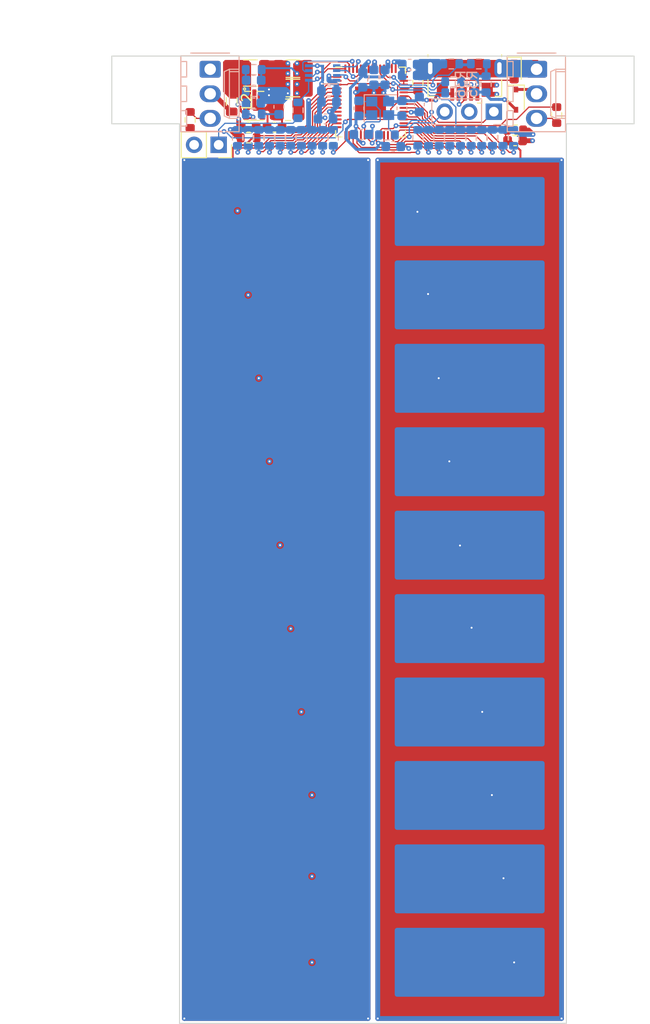
<source format=kicad_pcb>
(kicad_pcb (version 20211014) (generator pcbnew)
  (layers (0 "F.Cu" signal) (1 "In1.Cu" signal) (2 "In2.Cu" signal) (31 "B.Cu" signal) (34 "B.Paste" user) (35 "F.Paste" user) (36 "B.SilkS" user "B.Silkscreen") (37 "F.SilkS" user "F.Silkscreen") (38 "B.Mask" user) (39 "F.Mask" user) (44 "Edge.Cuts" user))
  (net 0 "")
  (net 1 "/XIN")
  (net 2 "GND")
  (net 3 "Net-(C2-Pad1)")
  (net 4 "+3V3")
  (net 5 "/+aktShield")
  (net 6 "/-aktShield")
  (net 7 "+24V")
  (net 8 "Net-(C7-Pad2)")
  (net 9 "Net-(C8-Pad1)")
  (net 10 "Net-(C8-Pad2)")
  (net 11 "+1V1")
  (net 12 "Net-(C11-Pad2)")
  (net 13 "Net-(C14-Pad1)")
  (net 14 "VBUS")
  (net 15 "Net-(D2-Pad2)")
  (net 16 "Net-(J1-Pad2)")
  (net 17 "Net-(J1-Pad3)")
  (net 19 "Net-(J2-Pad1)")
  (net 20 "Net-(J2-Pad3)")
  (net 21 "Net-(J3-Pad3)")
  (net 22 "Net-(J4-Pad3)")
  (net 23 "/+sens1")
  (net 24 "/+sens2")
  (net 25 "/+sens3")
  (net 26 "/+sens4")
  (net 27 "/+sens5")
  (net 28 "/+sens6")
  (net 29 "/+sens7")
  (net 30 "/+sens8")
  (net 31 "/+sens9")
  (net 32 "/+sens10")
  (net 33 "/-sens1")
  (net 34 "/-sens2")
  (net 35 "/-sens3")
  (net 36 "/-sens4")
  (net 37 "/-sens5")
  (net 38 "/-sens6")
  (net 39 "/-sens7")
  (net 40 "/-sens8")
  (net 41 "/-sens9")
  (net 42 "/-sens10")
  (net 43 "/XOUT")
  (net 44 "Net-(R2-Pad2)")
  (net 45 "Net-(R3-Pad2)")
  (net 46 "/QSPI_CS")
  (net 47 "Net-(D1-Pad2)")
  (net 48 "/+exc")
  (net 49 "/-exc")
  (net 50 "Net-(R7-Pad1)")
  (net 51 "Net-(R10-Pad1)")
  (net 52 "/UART1")
  (net 53 "/UART0")
  (net 54 "/QSPI_D1")
  (net 55 "/QSPI_D2")
  (net 56 "/QSPI_D0")
  (net 57 "/QSPI_CLK")
  (net 58 "/QSPI_D3")
  (net 61 "Net-(J5-Pad1)")
  (net 62 "Net-(C6-Pad2)")
  (footprint "Resistor_SMD:R_0603_1608Metric" (layer "F.Cu") (at 82.15 38.45 180)
    (fp_text reference "R5" hide)
    (fp_text value "1k")
  )
  (footprint "Inductor_SMD:L_1008_2520Metric" (layer "F.Cu") (at 86.225 35.55)
    (fp_text reference "L1" hide)
    (fp_text value "4.7u")
  )
  (footprint "Connector_USB:USB_Micro-B_GCT_USB3076-30-A" (layer "F.Cu") (at 104.5 32.45 180)
    (fp_text reference "J1" hide)
    (fp_text value "USB_B_Micro")
  )
  (footprint "Capacitor_SMD:C_0603_1608Metric" (layer "F.Cu") (at 109.7 38.75)
    (fp_text reference "C5" hide)
    (fp_text value "100n")
  )
  (footprint "Connector_PinSocket_2.54mm:PinSocket_1x02_P2.54mm_Vertical" (layer "F.Cu") (at 79.05 39.175 -90)
    (fp_text reference "J5" hide)
    (fp_text value "Conn_01x02")
  )
  (footprint "Bergi:dummyPad" (layer "F.Cu") (at 85 115.063)
    (fp_text reference "K11" hide)
    (fp_text value "capPad")
  )
  (footprint "Inductor_SMD:L_0805_2012Metric" (layer "F.Cu") (at 80.4 34.7 -90)
    (fp_text reference "L2")
    (fp_text value "1µ")
  )
  (footprint "Bergi:dummyPad" (layer "F.Cu") (at 85 63.313)
    (fp_text reference "K5" hide)
    (fp_text value "capPad")
  )
  (footprint "Bergi:dummyPad" (layer "F.Cu") (at 97.5 43.25)
    (fp_text reference "K2" hide)
    (fp_text value "capPad")
  )
  (footprint "Package_DFN_QFN:QFN-56-1EP_7x7mm_P0.4mm_EP3.2x3.2mm" (layer "F.Cu") (at 94.75 34.75)
    (fp_text reference "U2" hide)
    (fp_text value "RP2040")
  )
  (footprint "Capacitor_SMD:C_0603_1608Metric" (layer "F.Cu") (at 84.825 37.35 180)
    (fp_text reference "C8" hide)
    (fp_text value "100n")
  )
  (footprint "Bergi:V-DFN3020-13" (layer "F.Cu") (at 82.725 35.15)
    (fp_text reference "U3" hide)
    (fp_text value "AP63357Q")
  )
  (footprint "Resistor_SMD:R_0603_1608Metric" (layer "F.Cu") (at 114 36.1 90)
    (fp_text reference "R33" hide)
    (fp_text value "1k")
  )
  (footprint "Bergi:dummyPad" (layer "F.Cu") (at 85 46.063)
    (fp_text reference "K3" hide)
    (fp_text value "capPad")
  )
  (footprint "Bergi:dummyPad" (layer "F.Cu") (at 85 80.563)
    (fp_text reference "K7" hide)
    (fp_text value "capPad")
  )
  (footprint "Diode_SMD:D_SOD-323" (layer "F.Cu") (at 109.8 34.5 -90)
    (fp_text reference "D1" hide)
    (fp_text value "BAT54W")
  )
  (footprint "Bergi:dummyPad" (layer "F.Cu") (at 85 97.813)
    (fp_text reference "K9" hide)
    (fp_text value "capPad")
  )
  (footprint "MountingHole:MountingHole_3.2mm_M3_DIN965" (layer "F.Cu") (at 71.5 33.5)
    (fp_text reference "H2" hide)
    (fp_text value "MountingHole")
  )
  (footprint "Capacitor_SMD:C_1206_3216Metric" (layer "F.Cu") (at 86.725 33.3)
    (fp_text reference "C18" hide)
    (fp_text value "22µ")
  )
  (footprint "Bergi:dummyPad" (layer "F.Cu") (at 85 89.188)
    (fp_text reference "K8" hide)
    (fp_text value "capPad")
  )
  (footprint "Bergi:dummyPad" (layer "F.Cu") (at 85 54.688)
    (fp_text reference "K4" hide)
    (fp_text value "capPad")
  )
  (footprint "MountingHole:MountingHole_3.2mm_M3_DIN965" (layer "F.Cu") (at 118.5 33.5)
    (fp_text reference "H1" hide)
    (fp_text value "MountingHole")
  )
  (footprint "Resistor_SMD:R_0603_1608Metric" (layer "F.Cu") (at 109.7 37.65)
    (fp_text reference "R6" hide)
    (fp_text value "1k")
  )
  (footprint "Capacitor_SMD:C_0603_1608Metric" (layer "F.Cu") (at 82.15 37.35 180)
    (fp_text reference "C4" hide)
    (fp_text value "100n")
  )
  (footprint "Resistor_SMD:R_0603_1608Metric" (layer "F.Cu") (at 76.1 36.6 -90)
    (fp_text reference "R34" hide)
    (fp_text value "1k")
  )
  (footprint "Bergi:dummyPad" (layer "F.Cu") (at 85 71.938)
    (fp_text reference "K6" hide)
    (fp_text value "capPad")
  )
  (footprint "Capacitor_SMD:C_1206_3216Metric" (layer "F.Cu") (at 86.725 31.3)
    (fp_text reference "C20" hide)
    (fp_text value "22µ")
  )
  (footprint "Capacitor_SMD:C_1210_3225Metric" (layer "F.Cu") (at 82.325 31.75 180)
    (fp_text reference "C6" hide)
    (fp_text value "10µ")
  )
  (footprint "LED_SMD:LED_0603_1608Metric" (layer "F.Cu") (at 109.6 31.6 -90)
    (fp_text reference "D2" hide)
    (fp_text value "Green")
  )
  (footprint "Resistor_SMD:R_0603_1608Metric" (layer "F.Cu") (at 99.65 32.75 90)
    (fp_text reference "R7" hide)
    (fp_text value "470R")
  )
  (footprint "Bergi:dummyPad" (layer "F.Cu") (at 85 106.438)
    (fp_text reference "K10" hide)
    (fp_text value "capPad")
  )
  (footprint "Bergi:dummyPad" (layer "F.Cu") (at 85 123.688)
    (fp_text reference "K12" hide)
    (fp_text value "capPad")
  )
  (footprint "Resistor_SMD:R_0603_1608Metric" (layer "B.Cu") (at 85.4 38.45 90)
    (fp_text reference "R14" hide)
    (fp_text value "100k")
  )
  (footprint "Resistor_SMD:R_0603_1608Metric" (layer "B.Cu") (at 107.35 38.45 90)
    (fp_text reference "R27" hide)
    (fp_text value "100k")
  )
  (footprint "Bergi:dummyPad" (layer "B.Cu") (at 105 106.438)
    (fp_text reference "K20" hide)
    (fp_text value "capPad")
  )
  (footprint "Resistor_SMD:R_0603_1608Metric" (layer "B.Cu") (at 106.7 32.9 -90)
    (fp_text reference "R35")
    (fp_text value "10R")
  )
  (footprint "Capacitor_SMD:C_0603_1608Metric" (layer "B.Cu") (at 95.1 32.2 -90)
    (fp_text reference "C21" hide)
    (fp_text value "100nF")
  )
  (footprint "Resistor_SMD:R_0603_1608Metric" (layer "B.Cu") (at 101.85 38.45 90)
    (fp_text reference "R22" hide)
    (fp_text value "100k")
  )
  (footprint "Resistor_SMD:R_0603_1608Metric" (layer "B.Cu") (at 102.95 38.45 90)
    (fp_text reference "R23" hide)
    (fp_text value "100k")
  )
  (footprint "Bergi:dummyPad" (layer "B.Cu") (at 105 89.188)
    (fp_text reference "K18" hide)
    (fp_text value "capPad")
  )
  (footprint "Bergi:dummyPad" (layer "B.Cu") (at 105 46.063)
    (fp_text reference "K13" hide)
    (fp_text value "capPad")
  )
  (footprint "Bergi:dummyPad" (layer "B.Cu") (at 77 42.75 180)
    (fp_text reference "K1" hide)
    (fp_text value "capPad")
  )
  (footprint "Crystal:Crystal_SMD_2520-4Pin_2.5x2.0mm" (layer "B.Cu") (at 95.75 35.4)
    (fp_text reference "Y1" hide)
    (fp_text value "12Mhz")
  )
  (footprint "Capacitor_SMD:C_0603_1608Metric" (layer "B.Cu") (at 90.45 33.6 180)
    (fp_text reference "C3" hide)
    (fp_text value "100nF")
  )
  (footprint "Resistor_SMD:R_0603_1608Metric" (layer "B.Cu") (at 82.1 38.45 90)
    (fp_text reference "R11" hide)
    (fp_text value "100k")
  )
  (footprint "Capacitor_SMD:C_0603_1608Metric" (layer "B.Cu") (at 85.275 35.25 -90)
    (fp_text reference "C7" hide)
    (fp_text value "3.3n")
  )
  (footprint "Capacitor_SMD:C_0603_1608Metric" (layer "B.Cu") (at 96.25 32.2 -90)
    (fp_text reference "C13" hide)
    (fp_text value "1µF")
  )
  (footprint "Resistor_SMD:R_0603_1608Metric" (layer "B.Cu") (at 105.15 38.45 90)
    (fp_text reference "R25" hide)
    (fp_text value "100k")
  )
  (footprint "Capacitor_SMD:C_0603_1608Metric" (layer "B.Cu") (at 98.8 30.85)
    (fp_text reference "C17" hide)
    (fp_text value "1µF")
  )
  (footprint "Resistor_SMD:R_0603_1608Metric" (layer "B.Cu") (at 82.675 33.65)
    (fp_text reference "R32" hide)
    (fp_text value "30k")
  )
  (footprint "Capacitor_SMD:C_0603_1608Metric" (layer "B.Cu") (at 82.65 34.85 180)
    (fp_text reference "C11" hide)
    (fp_text value "DNP")
  )
  (footprint "Capacitor_SMD:C_0603_1608Metric" (layer "B.Cu") (at 98 35.4 90)
    (fp_text reference "C2" hide)
    (fp_text value "12p")
  )
  (footprint "Resistor_SMD:R_0603_1608Metric" (layer "B.Cu") (at 106.25 38.45 90)
    (fp_text reference "R26" hide)
    (fp_text value "100k")
  )
  (footprint "Resistor_SMD:R_0603_1608Metric" (layer "B.Cu") (at 103.1 30.8 180)
    (fp_text reference "R10" hide)
    (fp_text value "10k")
  )
  (footprint "Bergi:dummyPad" (layer "B.Cu") (at 105 80.563)
    (fp_text reference "K17" hide)
    (fp_text value "capPad")
  )
  (footprint "Capacitor_SMD:C_0603_1608Metric" (layer "B.Cu") (at 82.675 32.5)
    (fp_text reference "C14" hide)
    (fp_text value "DNP")
  )
  (footprint "Resistor_SMD:R_0603_1608Metric" (layer "B.Cu") (at 89.8 38.45 90)
    (fp_text reference "R18" hide)
    (fp_text value "100k")
  )
  (footprint "Resistor_SMD:R_0603_1608Metric" (layer "B.Cu") (at 88.7 38.45 90)
    (fp_text reference "R17" hide)
    (fp_text value "100k")
  )
  (footprint "Resistor_SMD:R_0603_1608Metric" (layer "B.Cu") (at 109.55 38.45 90)
    (fp_text reference "R29" hide)
    (fp_text value "100k")
  )
  (footprint "Resistor_SMD:R_0603_1608Metric" (layer "B.Cu") (at 83.2 38.45 90)
    (fp_text reference "R12" hide)
    (fp_text value "100k")
  )
  (footprint "Resistor_SMD:R_0603_1608Metric" (layer "B.Cu") (at 105.5 32.9 -90)
    (fp_text reference "R36")
    (fp_text value "10R")
  )
  (footprint "Bergi:dummyPad" (layer "B.Cu") (at 105 115.063)
    (fp_text reference "K21" hide)
    (fp_text value "capPad")
  )
  (footprint "Resistor_SMD:R_0603_1608Metric" (layer "B.Cu") (at 82.675 31.4 180)
    (fp_text reference "R31" hide)
    (fp_text value "91k")
  )
  (footprint "Resistor_SMD:R_0603_1608Metric" (layer "B.Cu") (at 103.3 33.8 180)
    (fp_text reference "R2" hide)
    (fp_text value "27")
  )
  (footprint "Bergi:dummyPad" (layer "B.Cu") (at 105 63.313)
    (fp_text reference "K15" hide)
    (fp_text value "capPad")
  )
  (footprint "Capacitor_SMD:C_0603_1608Metric" (layer "B.Cu") (at 97.1 39.35)
    (fp_text reference "C10" hide)
    (fp_text value "100nF")
  )
  (footprint "Resistor_SMD:R_0603_1608Metric" (layer "B.Cu") (at 100.75 38.45 90)
    (fp_text reference "R21" hide)
    (fp_text value "100k")
  )
  (footprint "Resistor_SMD:R_0603_1608Metric" (layer "B.Cu") (at 96.45 38.15)
    (fp_text reference "R1" hide)
    (fp_text value "1k")
  )
  (footprint "Connector_Molex:Molex_KK-254_AE-6410-03A_1x03_P2.54mm_Vertical" (layer "B.Cu") (at 111.92 31.36 -90)
    (fp_text reference "J3" hide)
    (fp_text value "Conn_01x03")
  )
  (footprint "Resistor_SMD:R_0603_1608Metric" (layer "B.Cu") (at 103.3 32.65 180)
    (fp_text reference "R3" hide)
    (fp_text value "27")
  )
  (footprint "Bergi:DFN-8-1EP_3x2mm_P0.5mm_EP0.3x1.6mm" (layer "B.Cu") (at 89.8 31.75)
    (fp_text reference "U1" hide)
    (fp_text value "W25Q16JVUXIQ")
  )
  (footprint "Resistor_SMD:R_0603_1608Metric" (layer "B.Cu") (at 105.95 30.8 180)
    (fp_text reference "R9" hide)
    (fp_text value "5.6k")
  )
  (footprint "Resistor_SMD:R_0603_1608Metric" (layer "B.Cu") (at 81 38.45 90)
    (fp_text reference "R8" hide)
    (fp_text value "100k")
  )
  (footprint "Connector_PinHeader_2.54mm:PinHeader_1x03_P2.54mm_Vertical" (layer "B.Cu") (at 107.5 35.75 90)
    (fp_text reference "J2" hide)
    (fp_text value "Conn_01x03")
  )
  (footprint "Resistor_SMD:R_0603_1608Metric" (layer "B.Cu") (at 104.05 38.45 90)
    (fp_text reference "R24" hide)
    (fp_text value "100k")
  )
  (footprint "Bergi:dummyPad" (layer "B.Cu") (at 105 97.813)
    (fp_text reference "K19" hide)
    (fp_text value "capPad")
  )
  (footprint "Resistor_SMD:R_0603_1608Metric" (layer "B.Cu") (at 87.25 35.6 -90)
    (fp_text reference "R4" hide)
    (fp_text value "1k")
  )
  (footprint "Capacitor_SMD:C_0603_1608Metric" (layer "B.Cu") (at 90.1 36.5 180)
    (fp_text reference "C12" hide)
    (fp_text value "100nF")
  )
  (footprint "Bergi:dummyPad" (layer "B.Cu") (at 105 54.688)
    (fp_text reference "K14" hide)
    (fp_text value "capPad")
  )
  (footprint "Bergi:dummyPad" (layer "B.Cu") (at 105 71.938)
    (fp_text reference "K16" hide)
    (fp_text value "capPad")
  )
  (footprint "Bergi:dummyPad" (layer "B.Cu") (at 105 123.688)
    (fp_text reference "K22" hide)
    (fp_text value "capPad")
  )
  (footprint "Resistor_SMD:R_0603_1608Metric" (layer "B.Cu") (at 99.65 38.45 90)
    (fp_text reference "R20" hide)
    (fp_text value "100k")
  )
  (footprint "Connector_Molex:Molex_KK-254_AE-6410-03A_1x03_P2.54mm_Vertical" (layer "B.Cu") (at 78.17 31.36 -90)
    (fp_text reference "J4" hide)
    (fp_text value "Conn_01x03")
  )
  (footprint "Resistor_SMD:R_0603_1608Metric" (layer "B.Cu") (at 108.45 38.45 90)
    (fp_text reference "R28" hide)
    (fp_text value "100k")
  )
  (footprint "Capacitor_SMD:C_0603_1608Metric" (layer "B.Cu") (at 98.8 32)
    (fp_text reference "C19" hide)
    (fp_text value "100nF")
  )
  (footprint "Resistor_SMD:R_0603_1608Metric" (layer "B.Cu") (at 84.3 38.45 90)
    (fp_text reference "R13" hide)
    (fp_text value "100k")
  )
  (footprint "Resistor_SMD:R_0603_1608Metric" (layer "B.Cu") (at 87.6 38.45 90)
    (fp_text reference "R16" hide)
    (fp_text value "100k")
  )
  (footprint "Capacitor_SMD:C_0603_1608Metric" (layer "B.Cu") (at 93.95 32.45 -90)
    (fp_text reference "C16" hide)
    (fp_text value "100nF")
  )
  (footprint "Capacitor_SMD:C_0603_1608Metric" (layer "B.Cu") (at 93.55 35.4 -90)
    (fp_text reference "C1" hide)
    (fp_text value "12p")
  )
  (footprint "Resistor_SMD:R_0603_1608Metric" (layer "B.Cu") (at 86.5 38.45 90)
    (fp_text reference "R15" hide)
    (fp_text value "100k")
  )
  (footprint "Resistor_SMD:R_0603_1608Metric" (layer "B.Cu") (at 82.675 36)
    (fp_text reference "R30" hide)
    (fp_text value "27k")
  )
  (footprint "Capacitor_SMD:C_0603_1608Metric" (layer "B.Cu") (at 99.8 35 90)
    (fp_text reference "C15" hide)
    (fp_text value "100nF")
  )
  (footprint "Capacitor_SMD:C_0603_1608Metric" (layer "B.Cu") (at 93.8 38.1 180)
    (fp_text reference "C9" hide)
    (fp_text value "100nF")
  )
  (footprint "Resistor_SMD:R_0603_1608Metric" (layer "B.Cu") (at 90.9 38.45 90)
    (fp_text reference "R19" hide)
    (fp_text value "100k")
  )
  (footprint "Capacitor_SMD:C_0603_1608Metric" (layer "B.Cu") (at 90.45 34.75 180)
    (fp_text reference "C23" hide)
    (fp_text value "100nF")
  )
  (gr_line (start 122 30) (end 122 37) (layer "Edge.Cuts") (width 0.1))
  (gr_line (start 115 37) (end 115 130) (layer "Edge.Cuts") (width 0.1))
  (gr_line (start 68 30) (end 122 30) (layer "Edge.Cuts") (width 0.1))
  (gr_line (start 68 37) (end 75 37) (layer "Edge.Cuts") (width 0.1))
  (gr_line (start 75 130) (end 115 130) (layer "Edge.Cuts") (width 0.1))
  (gr_line (start 122 37) (end 115 37) (layer "Edge.Cuts") (width 0.1))
  (gr_line (start 68 30) (end 68 37) (layer "Edge.Cuts") (width 0.1))
  (gr_line (start 75 37) (end 75 130) (layer "Edge.Cuts") (width 0.1))
  (segment (start 94.05 37.25) (end 94.15 37.35) (width 0.127) (layer "F.Cu") (net 1))
  (segment (start 94.15 37.35) (end 94.15 38.1875) (width 0.127) (layer "F.Cu") (net 1))
  (via (at 94.05 37.25) (size 0.5) (drill 0.2) (layers "F.Cu" "B.Cu") (net 1))
  (segment (start 94.05 37.25) (end 94.05 37.05) (width 0.127) (layer "B.Cu") (net 1))
  (segment (start 95.65 36.8) (end 95.75 36.7) (width 0.127) (layer "B.Cu") (net 1))
  (segment (start 95.75 36.7) (end 95.75 35.575) (width 0.127) (layer "B.Cu") (net 1))
  (segment (start 94.3 36.8) (end 95.65 36.8) (width 0.127) (layer "B.Cu") (net 1))
  (segment (start 94.875 34.7) (end 93.625 34.7) (width 0.127) (layer "B.Cu") (net 1))
  (segment (start 94.05 37.05) (end 94.3 36.8) (width 0.127) (layer "B.Cu") (net 1))
  (segment (start 95.75 35.575) (end 94.875 34.7) (width 0.127) (layer "B.Cu") (net 1))
  (segment (start 93.625 34.7) (end 93.55 34.625) (width 0.127) (layer "B.Cu") (net 1))
  (segment (start 81.123571 37.098571) (end 81.375 37.35) (width 0.5) (layer "F.Cu") (net 2))
  (segment (start 86.2 32.9) (end 86.2 31.8) (width 0.127) (layer "F.Cu") (net 2))
  (segment (start 93.25 37.25) (end 93.327038 37.25) (width 0.127) (layer "F.Cu") (net 2))
  (segment (start 110.475 38.75) (end 111.5 38.75) (width 0.5) (layer "F.Cu") (net 2))
  (segment (start 101.488873 34.171127) (end 102.18 33.48) (width 0.3) (layer "F.Cu") (net 2))
  (segment (start 105.625 31.25) (end 108.075 31.25) (width 0.3) (layer "F.Cu") (net 2))
  (segment (start 81.123571 36.51) (end 81.123571 37.098571) (width 0.5) (layer "F.Cu") (net 2))
  (segment (start 84.25 34.05) (end 84.25 33.45) (width 0.127) (layer "F.Cu") (net 2))
  (segment (start 101.478873 34.55) (end 101.488873 34.54) (width 0.3) (layer "F.Cu") (net 2))
  (segment (start 93.75 37.672962) (end 93.75 38.1875) (width 0.127) (layer "F.Cu") (net 2))
  (segment (start 107.3 33) (end 107.55 33) (width 0.5) (layer "F.Cu") (net 2))
  (segment (start 93.75 38.769873) (end 93.986127 39.006) (width 0.127) (layer "F.Cu") (net 2))
  (segment (start 106.82 33.48) (end 107.29 33.95) (width 0.5) (layer "F.Cu") (net 2))
  (segment (start 109.6 30.8125) (end 108.5125 30.8125) (width 0.3) (layer "F.Cu") (net 2))
  (segment (start 85.25 33.3) (end 85.65 33.3) (width 0.127) (layer "F.Cu") (net 2))
  (segment (start 107.55 33) (end 107.8 33) (width 0.5) (layer "F.Cu") (net 2))
  (segment (start 103.2 33.9) (end 102.6 33.9) (width 0.3) (layer "F.Cu") (net 2))
  (segment (start 101.488873 34.54) (end 101.488873 34.171127) (width 0.3) (layer "F.Cu") (net 2))
  (segment (start 108.5125 30.8125) (end 108.075 31.25) (width 0.3) (layer "F.Cu") (net 2))
  (segment (start 106.82 33.48) (end 107.3 33) (width 0.5) (layer "F.Cu") (net 2))
  (segment (start 93.75 38.1875) (end 93.75 38.769873) (width 0.127) (layer "F.Cu") (net 2))
  (segment (start 105.625 31.25) (end 103.375 31.25) (width 0.3) (layer "F.Cu") (net 2))
  (segment (start 107.29 33.95) (end 107.8 33.95) (width 0.5) (layer "F.Cu") (net 2))
  (segment (start 102.6 33.9) (end 102.18 33.48) (width 0.3) (layer "F.Cu") (net 2))
  (segment (start 93.327038 37.25) (end 93.75 37.672962) (width 0.127) (layer "F.Cu") (net 2))
  (segment (start 85.65 33.3) (end 86.2 33.85) (width 0.127) (layer "F.Cu") (net 2))
  (segment (start 103.375 31.25) (end 100.925 31.25) (width 0.3) (layer "F.Cu") (net 2))
  (segment (start 100.55 34.55) (end 101.478873 34.55) (width 0.3) (layer "F.Cu") (net 2))
  (via (at 93.2 33.75) (size 0.5) (drill 0.2) (layers "F.Cu" "B.Cu") (net 2))
  (via (at 86.2 30.75) (size 0.5) (drill 0.2) (layers "F.Cu" "B.Cu") (net 2))
  (via (at 98.7 39.55) (size 0.5) (drill 0.2) (layers "F.Cu" "B.Cu") (net 2))
  (via (at 100.55 34.55) (size 0.5) (drill 0.2) (layers "F.Cu" "B.Cu") (net 2))
  (via (at 86.2 32.9) (size 0.5) (drill 0.2) (layers "F.Cu" "B.Cu") (net 2))
  (via (at 95.1 33.8) (size 0.5) (drill 0.2) (layers "F.Cu" "B.Cu") (net 2))
  (via (at 81.123571 36.51) (size 0.5) (drill 0.2) (layers "F.Cu" "B.Cu") (net 2))
  (via (at 89.7 32.85) (size 0.5) (drill 0.2) (layers "F.Cu" "B.Cu") (net 2))
  (via (at 111.5 38.75) (size 0.5) (drill 0.2) (layers "F.Cu" "B.Cu") (net 2))
  (via (at 89.25 31) (size 0.5) (drill 0.2) (layers "F.Cu" "B.Cu") (net 2))
  (via (at 107.8 33) (size 0.5) (drill 0.2) (layers "F.Cu" "B.Cu") (net 2))
  (via (at 86.2 31.8) (size 0.5) (drill 0.2) (layers "F.Cu" "B.Cu") (net 2))
  (via (at 84.25 33.45) (size 0.5) (drill 0.2) (layers "F.Cu" "B.Cu") (net 2))
  (via (at 101.488873 34.54) (size 0.5) (drill 0.2) (layers "F.Cu" "B.Cu") (net 2))
  (via (at 107.8 33.95) (size 0.5) (drill 0.2) (layers "F.Cu" "B.Cu") (net 2))
  (via (at 93.986127 39.006) (size 0.5) (drill 0.2) (layers "F.Cu" "B.Cu") (net 2))
  (via (at 93.25 37.25) (size 0.5) (drill 0.2) (layers "F.Cu" "B.Cu") (net 2))
  (via (at 96.1 33.8) (size 0.5) (drill 0.2) (layers "F.Cu" "B.Cu") (net 2))
  (via (at 84.25 34.05) (size 0.5) (drill 0.2) (layers "F.Cu" "B.Cu") (net 2))
  (via (at 90.0485 36.381314) (size 0.5) (drill 0.2) (layers "F.Cu" "B.Cu") (net 2))
  (via (at 86.2 33.85) (size 0.5) (drill 0.2) (layers "F.Cu" "B.Cu") (net 2))
  (segment (start 102.275 30.9) (end 101.275 30.9) (width 0.3) (layer "B.Cu") (net 2))
  (segment (start 89.25 31) (end 89.6 31) (width 0.2) (layer "B.Cu") (net 2))
  (segment (start 93.25 37.25) (end 93.25 36.475) (width 0.3) (layer "B.Cu") (net 2))
  (segment (start 93.25 36.475) (end 93.55 36.175) (width 0.3) (layer "B.Cu") (net 2))
  (segment (start 93.25 37.975) (end 93.025 38.2) (width 0.3) (layer "B.Cu") (net 2))
  (segment (start 96.625 34.325) (end 96.625 34.7) (width 0.3) (layer "B.Cu") (net 2))
  (segment (start 89.6 31) (end 89.8 31.2) (width 0.2) (layer "B.Cu") (net 2))
  (segment (start 89.475 36.5) (end 89.475 34.95) (width 0.5) (layer "B.Cu") (net 2))
  (segment (start 93.831 39.006) (end 93.025 38.2) (width 0.3) (layer "B.Cu") (net 2))
  (segment (start 94.85 33.225) (end 95.1 32.975) (width 0.3) (layer "B.Cu") (net 2))
  (segment (start 89.8 31.75) (end 89.8 32.75) (width 0.2) (layer "B.Cu") (net 2))
  (segment (start 100.175 32) (end 100.925 31.25) (width 0.3) (layer "B.Cu") (net 2))
  (segment (start 89.8 32.75) (end 89.7 32.85) (width 0.2) (layer "B.Cu") (net 2))
  (segment (start 99.575 32) (end 100.175 32) (width 0.3) (layer "B.Cu") (net 2))
  (segment (start 95.1 33.8) (end 95.1 32.975) (width 0.3) (layer "B.Cu") (net 2))
  (segment (start 93.625 36.1) (end 93.55 36.175) (width 0.3) (layer "B.Cu") (net 2))
  (segment (start 100.125 34.55) (end 99.8 34.225) (width 0.3) (layer "B.Cu") (net 2))
  (segment (start 101.275 30.9) (end 100.925 31.25) (width 0.3) (layer "B.Cu") (net 2))
  (segment (start 89.443686 36.381314) (end 90.0485 36.381314) (width 0.2) (layer "B.Cu") (net 2))
  (segment (start 93.95 33.225) (end 94.85 33.225) (width 0.3) (layer "B.Cu") (net 2))
  (segment (start 96.625 34.7) (end 97.925 34.7) (width 0.3) (layer "B.Cu") (net 2))
  (segment (start 93.2 33.75) (end 93.425 33.75) (width 0.3) (layer "B.Cu") (net 2))
  (segment (start 93.986127 39.006) (end 93.831 39.006) (width 0.3) (layer "B.Cu") (net 2))
  (segment (start 89.325 36.5) (end 89.443686 36.381314) (width 0.2) (layer "B.Cu") (net 2))
  (segment (start 99.575 30.85) (end 99.575 32) (width 0.3) (layer "B.Cu") (net 2))
  (segment (start 96.25 33.65) (end 96.25 32.975) (width 0.3) (layer "B.Cu") (net 2))
  (segment (start 99.4 34.625) (end 99.8 34.225) (width 0.3) (layer "B.Cu") (net 2))
  (segment (start 89.8 31.2) (end 89.8 31.75) (width 0.2) (layer "B.Cu") (net 2))
  (segment (start 89.7 32.85) (end 89.7 34.725) (width 0.5) (layer "B.Cu") (net 2))
  (segment (start 95.1 32.975) (end 96.25 32.975) (width 0.3) (layer "B.Cu") (net 2))
  (segment (start 88.35 31) (end 89.25 31) (width 0.2) (layer "B.Cu") (net 2))
  (segment (start 83.5 33.65) (end 83.85 33.65) (width 0.127) (layer "B.Cu") (net 2))
  (segment (start 89.475 34.95) (end 89.675 34.75) (width 0.5) (layer "B.Cu") (net 2))
  (segment (start 96.1 33.8) (end 96.625 34.325) (width 0.3) (layer "B.Cu") (net 2))
  (segment (start 97.925 34.7) (end 98 34.625) (width 0.3) (layer "B.Cu") (net 2))
  (segment (start 83.85 33.65) (end 84.25 34.05) (width 0.127) (layer "B.Cu") (net 2))
  (segment (start 98.5 39.35) (end 98.7 39.55) (width 0.2) (layer "B.Cu") (net 2))
  (segment (start 93.425 33.75) (end 93.95 33.225) (width 0.3) (layer "B.Cu") (net 2))
  (segment (start 96.1 33.8) (end 96.25 33.65) (width 0.3) (layer "B.Cu") (net 2))
  (segment (start 89.7 34.725) (end 89.675 34.75) (width 0.5) (layer "B.Cu") (net 2))
  (segment (start 98 34.625) (end 99.4 34.625) (width 0.3) (layer "B.Cu") (net 2))
  (segment (start 94.875 36.1) (end 93.625 36.1) (width 0.3) (layer "B.Cu") (net 2))
  (segment (start 97.875 39.35) (end 98.5 39.35) (width 0.2) (layer "B.Cu") (net 2))
  (segment (start 100.55 34.55) (end 100.125 34.55) (width 0.3) (layer "B.Cu") (net 2))
  (segment (start 93.25 37.25) (end 93.25 37.975) (width 0.3) (layer "B.Cu") (net 2))
  (segment (start 96.625 36.1) (end 97.925 36.1) (width 0.127) (layer "B.Cu") (net 3))
  (segment (start 97.275 38.15) (end 96.625 37.5) (width 0.127) (layer "B.Cu") (net 3))
  (segment (start 97.925 36.1) (end 98 36.175) (width 0.127) (layer "B.Cu") (net 3))
  (segment (start 96.625 37.5) (end 96.625 36.1) (width 0.127) (layer "B.Cu") (net 3))
  (segment (start 95.35 30.785018) (end 95.35 31.3125) (width 0.127) (layer "F.Cu") (net 4))
  (segment (start 97.35 30.75) (end 97.35 31.3125) (width 0.127) (layer "F.Cu") (net 4))
  (segment (start 90.55 32.15) (end 91.3125 32.15) (width 0.127) (layer "F.Cu") (net 4))
  (segment (start 96.95 30.85) (end 96.95 31.3125) (width 0.127) (layer "F.Cu") (net 4))
  (segment (start 98.7 31.4) (end 98.1875 31.9125) (width 0.127) (layer "F.Cu") (net 4))
  (segment (start 97.2 30.6) (end 97.35 30.75) (width 0.127) (layer "F.Cu") (net 4))
  (segment (start 90.45 32.05) (end 90.55 32.15) (width 0.127) (layer "F.Cu") (net 4))
  (segment (start 95.167978 30.602996) (end 94.95 30.820974) (width 0.127) (layer "F.Cu") (net 4))
  (segment (start 91.3125 35.75) (end 90.5 35.75) (width 0.127) (layer "F.Cu") (net 4))
  (segment (start 97.2 30.6) (end 96.95 30.85) (width 0.127) (layer "F.Cu") (net 4))
  (segment (start 98.9 35.75) (end 98.1875 35.75) (width 0.127) (layer "F.Cu") (net 4))
  (segment (start 98.95 35.8) (end 98.9 35.75) (width 0.127) (layer "F.Cu") (net 4))
  (segment (start 94.95 37.24) (end 94.95 38.1875) (width 0.127) (layer "F.Cu") (net 4))
  (segment (start 94.95 30.820974) (end 94.95 31.3125) (width 0.127) (layer "F.Cu") (net 4))
  (segment (start 98.1875 31.9125) (end 98.1875 32.15) (width 0.127) (layer "F.Cu") (net 4))
  (segment (start 95.167978 30.602996) (end 95.35 30.785018) (width 0.127) (layer "F.Cu") (net 4))
  (via (at 87.15 30.75) (size 0.5) (drill 0.2) (layers "F.Cu" "B.Cu") (net 4))
  (via (at 98.95 35.8) (size 0.5) (drill 0.2) (layers "F.Cu" "B.Cu") (net 4))
  (via (at 97.2 30.6) (size 0.5) (drill 0.2) (layers "F.Cu" "B.Cu") (net 4))
  (via (at 87.15 32.9) (size 0.5) (drill 0.2) (layers "F.Cu" "B.Cu") (net 4))
  (via (at 98.7 31.4) (size 0.5) (drill 0.2) (layers "F.Cu" "B.Cu") (net 4))
  (via (at 95.167978 30.602996) (size 0.5) (drill 0.2) (layers "F.Cu" "B.Cu") (net 4))
  (via (at 87.15 33.85) (size 0.5) (drill 0.2) (layers "F.Cu" "B.Cu") (net 4))
  (via (at 94.95 37.24) (size 0.5) (drill 0.2) (layers "F.Cu" "B.Cu") (net 4))
  (via (at 87.15 31.8) (size 0.5) (drill 0.2) (layers "F.Cu" "B.Cu") (net 4))
  (via (at 90.5 35.75) (size 0.5) (drill 0.2) (layers "F.Cu" "B.Cu") (net 4))
  (via (at 90.45 32.05) (size 0.5) (drill 0.2) (layers "F.Cu" "B.Cu") (net 4))
  (segment (start 91.225 32.975) (end 91.225 33.6) (width 0.5) (layer "B.Cu") (net 4))
  (segment (start 86.6 31.25) (end 83.65 31.25) (width 0.2) (layer "B.Cu") (net 4))
  (segment (start 98.95 35.8) (end 99.775 35.8) (width 0.3) (layer "B.Cu") (net 4))
  (segment (start 95.168483 31.356517) (end 95.168483 30.602996) (width 0.5) (layer "B.Cu") (net 4))
  (segment (start 99.775 35.8) (end 99.8 35.775) (width 0.3) (layer "B.Cu") (net 4))
  (segment (start 94.95 37.825) (end 94.575 38.2) (width 0.2) (layer "B.Cu") (net 4))
  (segment (start 97.2 30.6) (end 97.775 30.6) (width 0.5) (layer "B.Cu") (net 4))
  (segment (start 90.7 32.75) (end 91 32.75) (width 0.5) (layer "B.Cu") (net 4))
  (segment (start 95.1 31.425) (end 95.168483 31.356517) (width 0.5) (layer "B.Cu") (net 4))
  (segment (start 97.775 30.6) (end 98.025 30.85) (width 0.5) (layer "B.Cu") (net 4))
  (segment (start 90.5 35.75) (end 90.7 35.75) (width 0.5) (layer "B.Cu") (net 4))
  (segment (start 91.225 34.75) (end 91.225 33.6) (width 0.5) (layer "B.Cu") (net 4))
  (segment (start 91.225 35.225) (end 91.225 34.75) (width 0.5) (layer "B.Cu") (net 4))
  (segment (start 91.025 36.5) (end 91.025 36.275) (width 0.5) (layer "B.Cu") (net 4))
  (segment (start 83.65 31.25) (end 83.5 31.4) (width 0.2) (layer "B.Cu") (net 4))
  (segment (start 90.45 32.5) (end 90.7 32.75) (width 0.5) (layer "B.Cu") (net 4))
  (segment (start 83.45 31.45) (end 83.5 31.4) (width 0.2) (layer "B.Cu") (net 4))
  (segment (start 91 32.75) (end 91.225 32.975) (width 0.5) (layer "B.Cu") (net 4))
  (segment (start 87.15 31.8) (end 86.6 31.25) (width 0.2) (layer "B.Cu") (net 4))
  (segment (start 90.7 35.75) (end 91.225 35.225) (width 0.5) (layer "B.Cu") (net 4))
  (segment (start 94.95 37.24) (end 94.95 37.825) (width 0.2) (layer "B.Cu") (net 4))
  (segment (start 91.025 36.275) (end 90.5 35.75) (width 0.5) (layer "B.Cu") (net 4))
  (segment (start 83.45 32.5) (end 83.45 31.45) (width 0.2) (layer "B.Cu") (net 4))
  (segment (start 91.25 32.5) (end 90.45 32.5) (width 0.2) (layer "B.Cu") (net 4))
  (segment (start 91 32.75) (end 91.25 32.5) (width 0.2) (layer "B.Cu") (net 4))
  (segment (start 98.025 32) (end 98.025 30.85) (width 0.5) (layer "B.Cu") (net 4))
  (segment (start 90.45 32.05) (end 90.45 32.5) (width 0.5) (layer "B.Cu") (net 4))
  (segment (start 86.85795 37.896) (end 86.52395 38.23) (width 0.127) (layer "F.Cu") (net 5))
  (segment (start 75.5 129.5) (end 75.5 40.75) (width 0.5) (layer "F.Cu") (net 5))
  (segment (start 86.52395 38.23) (end 83.27 38.23) (width 0.127) (layer "F.Cu") (net 5))
  (segment (start 82.975 38.45) (end 82.55 38.45) (width 0.2) (layer "F.Cu") (net 5))
  (segment (start 88.25 35.4) (end 88.25 37.05) (width 0.127) (layer "F.Cu") (net 5))
  (segment (start 83.27 38.23) (end 83.05 38.45) (width 0.127) (layer "F.Cu") (net 5))
  (segment (start 81.7905 39.2095) (end 80.7905 39.2095) (width 0.2) (layer "F.Cu") (net 5))
  (segment (start 82.55 38.45) (end 81.7905 39.2095) (width 0.2) (layer "F.Cu") (net 5))
  (segment (start 81.5 40.75) (end 94.5 40.75) (width 0.5) (layer "F.Cu") (net 5))
  (segment (start 91.3125 33.35) (end 90.3 33.35) (width 0.127) (layer "F.Cu") (net 5))
  (segment (start 80.7905 39.2095) (end 80.5 39.5) (width 0.2) (layer "F.Cu") (net 5))
  (segment (start 80.5 39.5) (end 80.5 40.75) (width 0.2) (layer "F.Cu") (net 5))
  (segment (start 87.396 37.896) (end 86.85795 37.896) (width 0.127) (layer "F.Cu") (net 5))
  (segment (start 94.5 129.5) (end 94.5 40.75) (width 0.5) (layer "F.Cu") (net 5))
  (segment (start 80.5 40.75) (end 81.5 40.75) (width 0.5) (layer "F.Cu") (net 5))
  (segment (start 94.5 129.5) (end 75.5 129.5) (width 0.5) (layer "F.Cu") (net 5))
  (segment (start 83.075 38.25) (end 83.075 37.2) (width 0.127) (layer "F.Cu") (net 5))
  (segment (start 80.5 40.75) (end 75.5 40.75) (width 0.5) (layer "F.Cu") (net 5))
  (segment (start 87.4 37.9) (end 87.396 37.896) (width 0.127) (layer "F.Cu") (net 5))
  (segment (start 88.25 37.05) (end 87.4 37.9) (width 0.127) (layer "F.Cu") (net 5))
  (segment (start 83.05 38.45) (end 82.975 38.45) (width 0.127) (layer "F.Cu") (net 5))
  (segment (start 90.3 33.35) (end 88.25 35.4) (width 0.127) (layer "F.Cu") (net 5))
  (via (at 94.5 40.75) (size 0.5) (drill 0.2) (layers "F.Cu" "B.Cu") (net 5))
  (via (at 75.5 129.5) (size 0.5) (drill 0.2) (layers "F.Cu" "B.Cu") (net 5))
  (via (at 94.5 129.5) (size 0.5) (drill 0.2) (layers "F.Cu" "B.Cu") (net 5))
  (via (at 75.5 40.75) (size 0.5) (drill 0.2) (layers "F.Cu" "B.Cu") (net 5))
  (segment (start 75.5 40.75) (end 75.5 129.5) (width 0.5) (layer "B.Cu") (net 5))
  (segment (start 75.5 129.5) (end 94.5 129.5) (width 0.5) (layer "B.Cu") (net 5))
  (segment (start 94.5 40.75) (end 75.5 40.75) (width 0.5) (layer "B.Cu") (net 5))
  (segment (start 94.5 129.5) (end 94.5 40.75) (width 0.5) (layer "B.Cu") (net 5))
  (segment (start 108.925 38.75) (end 109.25 38.75) (width 0.2) (layer "F.Cu") (net 6))
  (segment (start 110.25 39.75) (end 110.25 40.75) (width 0.2) (layer "F.Cu") (net 6))
  (segment (start 109.25 38.75) (end 110.25 39.75) (width 0.2) (layer "F.Cu") (net 6))
  (segment (start 108.679 37.454) (end 101.48689 37.454) (width 0.127) (layer "F.Cu") (net 6))
  (segment (start 101.48689 37.454) (end 100.36858 36.33569) (width 0.127) (layer "F.Cu") (net 6))
  (segment (start 95.5 40.75) (end 95.5 129.5) (width 0.5) (layer "F.Cu") (net 6))
  (segment (start 114.5 40.75) (end 114.5 129.5) (width 0.5) (layer "F.Cu") (net 6))
  (segment (start 108.725 38.45) (end 108.725 37.4) (width 0.127) (layer "F.Cu") (net 6))
  (segment (start 110.25 40.75) (end 95.5 40.75) (width 0.5) (layer "F.Cu") (net 6))
  (segment (start 100.36858 35.92779) (end 99.39079 34.95) (width 0.127) (layer "F.Cu") (net 6))
  (segment (start 114.5 40.75) (end 110.25 40.75) (width 0.5) (layer "F.Cu") (net 6))
  (segment (start 114.5 129.5) (end 95.5 129.5) (width 0.5) (layer "F.Cu") (net 6))
  (segment (start 100.36858 36.33569) (end 100.36858 35.92779) (width 0.127) (layer "F.Cu") (net 6))
  (segment (start 108.875 37.65) (end 108.679 37.454) (width 0.127) (layer "F.Cu") (net 6))
  (segment (start 99.39079 34.95) (end 98.1875 34.95) (width 0.127) (layer "F.Cu") (net 6))
  (via (at 95.5 40.75) (size 0.5) (drill 0.2) (layers "F.Cu" "B.Cu") (net 6))
  (via (at 114.5 40.75) (size 0.5) (drill 0.2) (layers "F.Cu" "B.Cu") (net 6))
  (via (at 114.5 129.5) (size 0.5) (drill 0.2) (layers "F.Cu" "B.Cu") (net 6))
  (via (at 95.5 129.5) (size 0.5) (drill 0.2) (layers "F.Cu" "B.Cu") (net 6))
  (segment (start 114.5 129.5) (end 114.5 40.75) (width 0.5) (layer "B.Cu") (net 6))
  (segment (start 114.5 40.75) (end 95.5 40.75) (width 0.5) (layer "B.Cu") (net 6))
  (segment (start 95.5 129.5) (end 114.5 129.5) (width 0.5) (layer "B.Cu") (net 6))
  (segment (start 95.5 40.75) (end 95.5 129.5) (width 0.5) (layer "B.Cu") (net 6))
  (segment (start 78.5 33.9) (end 78.17 33.9) (width 0.5) (layer "F.Cu") (net 7))
  (segment (start 109.8 33.45) (end 111.47 33.45) (width 0.3) (layer "F.Cu") (net 7))
  (segment (start 80.3625 35.7625) (end 78.5 33.9) (width 0.5) (layer "F.Cu") (net 7))
  (segment (start 111.47 33.45) (end 111.92 33.9) (width 0.3) (layer "F.Cu") (net 7))
  (segment (start 80.4 35.7625) (end 80.3625 35.7625) (width 0.5) (layer "F.Cu") (net 7))
  (segment (start 111.92 33.9) (end 111.47 33.45) (width 0.3) (layer "B.Cu") (net 7))
  (segment (start 83.5 36) (end 85.25 36) (width 0.2) (layer "B.Cu") (net 8))
  (segment (start 85.25 36) (end 85.275 36.025) (width 0.2) (layer "B.Cu") (net 8))
  (segment (start 85.6 37.35) (end 85.6 36) (width 0.2) (layer "F.Cu") (net 9))
  (segment (start 85.6 36) (end 85.15 35.55) (width 0.2) (layer "F.Cu") (net 9))
  (segment (start 83.9625 35.9625) (end 84.1 36.1) (width 0.2) (layer "F.Cu") (net 10))
  (segment (start 84.102 36.152) (end 84.1 36.15) (width 0.2) (layer "F.Cu") (net 10))
  (segment (start 84.05 37.35) (end 84.102 37.298) (width 0.2) (layer "F.Cu") (net 10))
  (segment (start 84.102 37.298) (end 84.102 36.152) (width 0.2) (layer "F.Cu") (net 10))
  (segment (start 83.575 35.9625) (end 83.9625 35.9625) (width 0.2) (layer "F.Cu") (net 10))
  (segment (start 95.35 38.8015) (end 95.35 38.1875) (width 0.127) (layer "F.Cu") (net 11))
  (segment (start 94.541483 30.599959) (end 94.55 30.608476) (width 0.127) (layer "F.Cu") (net 11))
  (segment (start 95.55 39.0015) (end 95.35 38.8015) (width 0.127) (layer "F.Cu") (net 11))
  (segment (start 96.55 30.6) (end 96.55 31.3125) (width 0.127) (layer "F.Cu") (net 11))
  (segment (start 94.55 30.608476) (end 94.55 31.3125) (width 0.127) (layer "F.Cu") (net 11))
  (via (at 96.55 30.6) (size 0.5) (drill 0.2) (layers "F.Cu" "B.Cu") (net 11))
  (via (at 94.541483 30.599959) (size 0.5) (drill 0.2) (layers "F.Cu" "B.Cu") (net 11))
  (via (at 95.55 39.0015) (size 0.5) (drill 0.2) (layers "F.Cu" "B.Cu") (net 11))
  (segment (start 94.55 32.15) (end 94.552 32.152) (width 0.3) (layer "B.Cu") (net 11))
  (segment (start 96.0265 39.0015) (end 96.225 39.2) (width 0.127) (layer "B.Cu") (net 11))
  (segment (start 94.552 32.152) (end 95.998 32.152) (width 0.3) (layer "B.Cu") (net 11))
  (segment (start 92.25 38.609935) (end 93.280565 39.6405) (width 0.3) (layer "B.Cu") (net 11))
  (segment (start 95.55 39.35) (end 95.55 39.0015) (width 0.3) (layer "B.Cu") (net 11))
  (segment (start 93.280565 39.6405) (end 95.2595 39.6405) (width 0.3) (layer "B.Cu") (net 11))
  (segment (start 95.55 39.0015) (end 96.0265 39.0015) (width 0.127) (layer "B.Cu") (net 11))
  (segment (start 92.673 33.302) (end 92.673 36.577709) (width 0.3) (layer "B.Cu") (net 11))
  (segment (start 95.9765 39.0015) (end 96.325 39.35) (width 0.3) (layer "B.Cu") (net 11))
  (segment (start 95.55 39.0015) (end 95.9765 39.0015) (width 0.3) (layer "B.Cu") (net 11))
  (segment (start 95.998 32.152) (end 96.25 31.9) (width 0.3) (layer "B.Cu") (net 11))
  (segment (start 92.677 37.123) (end 92.25 37.55) (width 0.3) (layer "B.Cu") (net 11))
  (segment (start 95.2595 39.6405) (end 95.55 39.35) (width 0.3) (layer "B.Cu") (net 11))
  (segment (start 93.95 31.191442) (end 94.541483 30.599959) (width 0.5) (layer "B.Cu") (net 11))
  (segment (start 93.95 31.425) (end 93.95 31.191442) (width 0.5) (layer "B.Cu") (net 11))
  (segment (start 96.25 31.9) (end 96.25 31.425) (width 0.3) (layer "B.Cu") (net 11))
  (segment (start 96.55 31.125) (end 96.25 31.425) (width 0.5) (layer "B.Cu") (net 11))
  (segment (start 96.55 30.6) (end 96.55 31.125) (width 0.5) (layer "B.Cu") (net 11))
  (segment (start 92.25 37.55) (end 92.25 38.609935) (width 0.3) (layer "B.Cu") (net 11))
  (segment (start 92.677 36.581709) (end 92.677 37.123) (width 0.3) (layer "B.Cu") (net 11))
  (segment (start 92.673 36.577709) (end 92.677 36.581709) (width 0.3) (layer "B.Cu") (net 11))
  (segment (start 94.2 32.15) (end 94.55 32.15) (width 0.3) (layer "B.Cu") (net 11))
  (segment (start 93.95 31.9) (end 94.2 32.15) (width 0.3) (layer "B.Cu") (net 11))
  (segment (start 93.95 31.425) (end 93.95 31.9) (width 0.3) (layer "B.Cu") (net 11))
  (segment (start 94 31.975) (end 92.673 33.302) (width 0.3) (layer "B.Cu") (net 11))
  (segment (start 82.6 36.3) (end 82.4875 36.4125) (width 0.2) (layer "F.Cu") (net 12))
  (segment (start 82.4875 36.4125) (end 81.875 36.4125) (width 0.2) (layer "F.Cu") (net 12))
  (via (at 82.6 36.3) (size 0.5) (drill 0.2) (layers "F.Cu" "B.Cu") (net 12))
  (segment (start 82.3 36) (end 81.85 36) (width 0.2) (layer "B.Cu") (net 12))
  (segment (start 81.875 35.975) (end 81.85 36) (width 0.2) (layer "B.Cu") (net 12))
  (segment (start 81.875 34.85) (end 81.875 35.975) (width 0.2) (layer "B.Cu") (net 12))
  (segment (start 82.6 36.3) (end 82.3 36) (width 0.2) (layer "B.Cu") (net 12))
  (segment (start 81.0485 35) (end 81.348 35.2995) (width 0.2) (layer "F.Cu") (net 13))
  (segment (start 81.597908 35.9625) (end 81.875 35.9625) (width 0.2) (layer "F.Cu") (net 13))
  (segment (start 81.348 35.712592) (end 81.597908 35.9625) (width 0.2) (layer "F.Cu") (net 13))
  (segment (start 81.348 35.2995) (end 81.348 35.712592) (width 0.2) (layer "F.Cu") (net 13))
  (via (at 81.0485 35) (size 0.5) (drill 0.2) (layers "F.Cu" "B.Cu") (net 13))
  (segment (start 81.0485 35) (end 81.05 34.9985) (width 0.2) (layer "B.Cu") (net 13))
  (segment (start 81.05 34.9985) (end 81.05 34.45) (width 0.2) (layer "B.Cu") (net 13))
  (segment (start 81.85 31.4) (end 81.85 33.65) (width 0.2) (layer "B.Cu") (net 13))
  (segment (start 81.05 34.45) (end 81.85 33.65) (width 0.2) (layer "B.Cu") (net 13))
  (segment (start 105.8 33.9) (end 105.8 32.94) (width 0.3) (layer "F.Cu") (net 14))
  (via (at 105.8 32.94) (size 0.5) (drill 0.2) (layers "F.Cu" "B.Cu") (net 14))
  (segment (start 105.5 32.075) (end 106.7 32.075) (width 0.3) (layer "B.Cu") (net 14))
  (segment (start 105.8 32.94) (end 105.8 32.375) (width 0.3) (layer "B.Cu") (net 14))
  (segment (start 106.7 32.075) (end 106.7 30.875) (width 0.3) (layer "B.Cu") (net 14))
  (segment (start 105.8 32.94) (end 105.8 32.475) (width 0.3) (layer "B.Cu") (net 14))
  (segment (start 106.7 30.875) (end 106.775 30.8) (width 0.3) (layer "B.Cu") (net 14))
  (segment (start 105.8 32.375) (end 105.5 32.075) (width 0.3) (layer "B.Cu") (net 14))
  (segment (start 109.4875 32.5) (end 109.6 32.3875) (width 0.127) (layer "F.Cu") (net 15))
  (segment (start 99.65 31.925) (end 100.225 32.5) (width 0.127) (layer "F.Cu") (net 15))
  (segment (start 100.225 32.5) (end 109.4875 32.5) (width 0.127) (layer "F.Cu") (net 15))
  (segment (start 105.15 33.9) (end 105.15 32.94) (width 0.127) (layer "F.Cu") (net 16))
  (via (at 105.15 32.94) (size 0.5) (drill 0.2) (layers "F.Cu" "B.Cu") (net 16))
  (segment (start 104.165 32.94) (end 103.875 32.65) (width 0.127) (layer "B.Cu") (net 16))
  (segment (start 105.15 32.94) (end 104.165 32.94) (width 0.127) (layer "B.Cu") (net 16))
  (segment (start 104.5 33.9) (end 104.5 34.5) (width 0.127) (layer "F.Cu") (net 17))
  (segment (start 103.920105 35) (end 103.91089 34.990785) (width 0.127) (layer "F.Cu") (net 17))
  (segment (start 104.5 34.5) (end 104 35) (width 0.127) (layer "F.Cu") (net 17))
  (segment (start 104 35) (end 103.920105 35) (width 0.127) (layer "F.Cu") (net 17))
  (via (at 103.91089 34.990785) (size 0.5) (drill 0.2) (layers "F.Cu" "B.Cu") (net 17))
  (segment (start 103.91089 33.83589) (end 103.875 33.8) (width 0.127) (layer "B.Cu") (net 17))
  (segment (start 103.91089 34.990785) (end 103.91089 33.83589) (width 0.127) (layer "B.Cu") (net 17))
  (segment (start 101.061796 35.796303) (end 101.061796 36.111796) (width 0.127) (layer "F.Cu") (net 19))
  (segment (start 95.75 37.7) (end 95.75 38.1875) (width 0.127) (layer "F.Cu") (net 19))
  (segment (start 97.386234 37.196558) (end 97.082792 37.5) (width 0.127) (layer "F.Cu") (net 19))
  (segment (start 101.8 36.85) (end 106.4 36.85) (width 0.127) (layer "F.Cu") (net 19))
  (segment (start 101.061796 36.111796) (end 101.8 36.85) (width 0.127) (layer "F.Cu") (net 19))
  (segment (start 106.4 36.85) (end 107.5 35.75) (width 0.127) (layer "F.Cu") (net 19))
  (segment (start 97.082792 37.5) (end 95.95 37.5) (width 0.127) (layer "F.Cu") (net 19))
  (segment (start 95.95 37.5) (end 95.75 37.7) (width 0.127) (layer "F.Cu") (net 19))
  (via (at 101.061796 35.796303) (size 0.5) (drill 0.2) (layers "F.Cu" "B.Cu") (net 19))
  (via (at 97.386234 37.196558) (size 0.5) (drill 0.2) (layers "F.Cu" "B.Cu") (net 19))
  (segment (start 97.386234 37.196558) (end 98.453442 37.196558) (width 0.127) (layer "B.Cu") (net 19))
  (segment (start 98.996 36.654) (end 98.996 36.646) (width 0.127) (layer "B.Cu") (net 19))
  (segment (start 100.454 36.646) (end 101.061796 36.038204) (width 0.127) (layer "B.Cu") (net 19))
  (segment (start 98.996 36.646) (end 100.454 36.646) (width 0.127) (layer "B.Cu") (net 19))
  (segment (start 101.061796 36.038204) (end 101.061796 35.796303) (width 0.127) (layer "B.Cu") (net 19))
  (segment (start 98.453442 37.196558) (end 98.996 36.654) (width 0.127) (layer "B.Cu") (net 19))
  (segment (start 97.65 39.15) (end 96.35 39.15) (width 0.127) (layer "F.Cu") (net 20))
  (segment (start 96.15 38.95) (end 96.15 38.1875) (width 0.127) (layer "F.Cu") (net 20))
  (segment (start 98.456 38.344) (end 97.65 39.15) (width 0.127) (layer "F.Cu") (net 20))
  (segment (start 98.761127 38.344) (end 98.456 38.344) (width 0.127) (layer "F.Cu") (net 20))
  (segment (start 96.35 39.15) (end 96.15 38.95) (width 0.127) (layer "F.Cu") (net 20))
  (via (at 98.761127 38.344) (size 0.5) (drill 0.2) (layers "F.Cu" "B.Cu") (net 20))
  (segment (start 98.761127 37.388873) (end 98.761127 38.344) (width 0.127) (layer "B.Cu") (net 20))
  (segment (start 99.25 36.9) (end 98.761127 37.388873) (width 0.127) (layer "B.Cu") (net 20))
  (segment (start 102.42 35.75) (end 101.27 36.9) (width 0.127) (layer "B.Cu") (net 20))
  (segment (start 101.27 36.9) (end 99.25 36.9) (width 0.127) (layer "B.Cu") (net 20))
  (segment (start 111.92 36.44) (end 113.515 36.44) (width 0.127) (layer "F.Cu") (net 21))
  (segment (start 113.515 36.44) (end 114 36.925) (width 0.127) (layer "F.Cu") (net 21))
  (segment (start 76.1 35.775) (end 76.765 36.44) (width 0.127) (layer "F.Cu") (net 22))
  (segment (start 76.765 36.44) (end 78.17 36.44) (width 0.127) (layer "F.Cu") (net 22))
  (segment (start 88.504 35.546) (end 90.3 33.75) (width 0.127) (layer "F.Cu") (net 23))
  (segment (start 86.95916 38.154) (end 87.546 38.154) (width 0.127) (layer "F.Cu") (net 23))
  (segment (start 81.4 39.5) (end 82.14079 39.5) (width 0.127) (layer "F.Cu") (net 23))
  (segment (start 82.38529 39.2555) (end 83.5445 39.2555) (width 0.127) (layer "F.Cu") (net 23))
  (segment (start 90.3 33.75) (end 91.3125 33.75) (width 0.127) (layer "F.Cu") (net 23))
  (segment (start 88.504 37.196) (end 88.504 35.546) (width 0.127) (layer "F.Cu") (net 23))
  (segment (start 86.62916 38.484) (end 86.95916 38.154) (width 0.127) (layer "F.Cu") (net 23))
  (segment (start 84.316 38.484) (end 86.62916 38.484) (width 0.127) (layer "F.Cu") (net 23))
  (segment (start 81 39.9) (end 81.4 39.5) (width 0.127) (layer "F.Cu") (net 23))
  (segment (start 82.14079 39.5) (end 82.38529 39.2555) (width 0.127) (layer "F.Cu") (net 23))
  (segment (start 83.5445 39.2555) (end 84.316 38.484) (width 0.127) (layer "F.Cu") (net 23))
  (segment (start 87.546 38.154) (end 88.504 37.196) (width 0.127) (layer "F.Cu") (net 23))
  (via (at 81 39.95) (size 0.5) (drill 0.2) (layers "F.Cu" "B.Cu") (net 23))
  (via (at 81 46) (size 0.5) (drill 0.2) (layers "F.Cu" "B.Cu") (net 23))
  (segment (start 81 39.275) (end 81 39.95) (width 0.127) (layer "B.Cu") (net 23))
  (segment (start 82.4905 39.5095) (end 83.68129 39.5095) (width 0.127) (layer "F.Cu") (net 24))
  (segment (start 87.67358 38.408) (end 88.758 37.32358) (width 0.127) (layer "F.Cu") (net 24))
  (segment (start 86.73437 38.738) (end 87.06437 38.408) (width 0.127) (layer "F.Cu") (net 24))
  (segment (start 82.1 39.9) (end 82.4905 39.5095) (width 0.127) (layer "F.Cu") (net 24))
  (segment (start 84.45279 38.738) (end 86.73437 38.738) (width 0.127) (layer "F.Cu") (net 24))
  (segment (start 88.758 35.692) (end 90.3 34.15) (width 0.127) (layer "F.Cu") (net 24))
  (segment (start 90.3 34.15) (end 91.3125 34.15) (width 0.127) (layer "F.Cu") (net 24))
  (segment (start 88.758 37.32358) (end 88.758 35.692) (width 0.127) (layer "F.Cu") (net 24))
  (segment (start 83.68129 39.5095) (end 84.45279 38.738) (width 0.127) (layer "F.Cu") (net 24))
  (segment (start 87.06437 38.408) (end 87.67358 38.408) (width 0.127) (layer "F.Cu") (net 24))
  (via (at 82.1 39.95) (size 0.5) (drill 0.2) (layers "F.Cu" "B.Cu") (net 24))
  (via (at 82.1 54.7) (size 0.5) (drill 0.2) (layers "F.Cu" "B.Cu") (net 24))
  (segment (start 82.1 39.275) (end 82.1 39.95) (width 0.127) (layer "B.Cu") (net 24))
  (segment (start 86.83958 38.992) (end 87.16958 38.662) (width 0.127) (layer "F.Cu") (net 25))
  (segment (start 87.16958 38.662) (end 87.77879 38.662) (width 0.127) (layer "F.Cu") (net 25))
  (segment (start 90.34079 34.55) (end 91.3125 34.55) (width 0.127) (layer "F.Cu") (net 25))
  (segment (start 83.675 39.875) (end 84.558 38.992) (width 0.127) (layer "F.Cu") (net 25))
  (segment (start 87.77879 38.662) (end 89.012 37.42879) (width 0.127) (layer "F.Cu") (net 25))
  (segment (start 89.012 37.42879) (end 89.012 35.87879) (width 0.127) (layer "F.Cu") (net 25))
  (segment (start 89.012 35.87879) (end 90.34079 34.55) (width 0.127) (layer "F.Cu") (net 25))
  (segment (start 84.558 38.992) (end 86.83958 38.992) (width 0.127) (layer "F.Cu") (net 25))
  (segment (start 83.225 39.875) (end 83.675 39.875) (width 0.127) (layer "F.Cu") (net 25))
  (via (at 83.2 63.3) (size 0.5) (drill 0.2) (layers "F.Cu" "B.Cu") (net 25))
  (via (at 83.2 39.95) (size 0.5) (drill 0.2) (layers "F.Cu" "B.Cu") (net 25))
  (segment (start 83.2 39.275) (end 83.2 39.95) (width 0.127) (layer "B.Cu") (net 25))
  (segment (start 84.954 39.246) (end 86.94479 39.246) (width 0.127) (layer "F.Cu") (net 26))
  (segment (start 86.94479 39.246) (end 87.27479 38.916) (width 0.127) (layer "F.Cu") (net 26))
  (segment (start 89.266 37.534) (end 89.266 35.984) (width 0.127) (layer "F.Cu") (net 26))
  (segment (start 90.3 34.95) (end 91.3125 34.95) (width 0.127) (layer "F.Cu") (net 26))
  (segment (start 87.27479 38.916) (end 87.884 38.916) (width 0.127) (layer "F.Cu") (net 26))
  (segment (start 87.884 38.916) (end 89.266 37.534) (width 0.127) (layer "F.Cu") (net 26))
  (segment (start 84.3 39.9) (end 84.954 39.246) (width 0.127) (layer "F.Cu") (net 26))
  (segment (start 89.266 35.984) (end 90.3 34.95) (width 0.127) (layer "F.Cu") (net 26))
  (via (at 84.3 71.9) (size 0.5) (drill 0.2) (layers "F.Cu" "B.Cu") (net 26))
  (via (at 84.3 39.95) (size 0.5) (drill 0.2) (layers "F.Cu" "B.Cu") (net 26))
  (segment (start 84.3 39.275) (end 84.3 39.95) (width 0.127) (layer "B.Cu") (net 26))
  (segment (start 87.38 39.17) (end 88.03 39.17) (width 0.127) (layer "F.Cu") (net 27))
  (segment (start 91.272 35.3095) (end 91.3125 35.35) (width 0.127) (layer "F.Cu") (net 27))
  (segment (start 88.03 39.17) (end 89.52 37.68) (width 0.127) (layer "F.Cu") (net 27))
  (segment (start 85.4 39.95) (end 85.85 39.5) (width 0.127) (layer "F.Cu") (net 27))
  (segment (start 90.317538 35.3095) (end 91.272 35.3095) (width 0.127) (layer "F.Cu") (net 27))
  (segment (start 89.52 37.68) (end 89.52 36.107038) (width 0.127) (layer "F.Cu") (net 27))
  (segment (start 87.05 39.5) (end 87.38 39.17) (width 0.127) (layer "F.Cu") (net 27))
  (segment (start 85.85 39.5) (end 87.05 39.5) (width 0.127) (layer "F.Cu") (net 27))
  (segment (start 89.52 36.107038) (end 90.317538 35.3095) (width 0.127) (layer "F.Cu") (net 27))
  (via (at 85.4 39.95) (size 0.5) (drill 0.2) (layers "F.Cu" "B.Cu") (net 27))
  (via (at 85.4 80.563) (size 0.5) (drill 0.2) (layers "F.Cu" "B.Cu") (net 27))
  (segment (start 85.4 39.275) (end 85.4 39.95) (width 0.127) (layer "B.Cu") (net 27))
  (segment (start 90.934882 36.15) (end 90.1765 36.908382) (width 0.127) (layer "F.Cu") (net 28))
  (segment (start 91.3125 36.15) (end 90.934882 36.15) (width 0.127) (layer "F.Cu") (net 28))
  (segment (start 90.1765 37.4235) (end 88.176 39.424) (width 0.127) (layer "F.Cu") (net 28))
  (segment (start 88.176 39.424) (end 87.503038 39.424) (width 0.127) (layer "F.Cu") (net 28))
  (segment (start 90.1765 36.908382) (end 90.1765 37.4235) (width 0.127) (layer "F.Cu") (net 28))
  (segment (start 86.977038 39.95) (end 86.5 39.95) (width 0.127) (layer "F.Cu") (net 28))
  (segment (start 87.503038 39.424) (end 86.977038 39.95) (width 0.127) (layer "F.Cu") (net 28))
  (via (at 86.5 89.2) (size 0.5) (drill 0.2) (layers "F.Cu" "B.Cu") (net 28))
  (via (at 86.5 39.95) (size 0.5) (drill 0.2) (layers "F.Cu" "B.Cu") (net 28))
  (segment (start 86.5 39.275) (end 86.5 39.95) (width 0.127) (layer "B.Cu") (net 28))
  (segment (start 91.3125 36.55) (end 90.934882 36.55) (width 0.127) (layer "F.Cu") (net 29))
  (segment (start 88.04079 39.95) (end 87.6 39.95) (width 0.127) (layer "F.Cu") (net 29))
  (segment (start 90.934882 36.55) (end 90.4305 37.054382) (width 0.127) (layer "F.Cu") (net 29))
  (segment (start 90.4305 37.56029) (end 88.04079 39.95) (width 0.127) (layer "F.Cu") (net 29))
  (segment (start 90.4305 37.054382) (end 90.4305 37.56029) (width 0.127) (layer "F.Cu") (net 29))
  (via (at 87.6 97.8) (size 0.5) (drill 0.2) (layers "F.Cu" "B.Cu") (net 29))
  (via (at 87.6 39.95) (size 0.5) (drill 0.2) (layers "F.Cu" "B.Cu") (net 29))
  (segment (start 87.6 39.275) (end 87.6 39.95) (width 0.127) (layer "B.Cu") (net 29))
  (segment (start 88.7 39.65) (end 88.7 39.95) (width 0.127) (layer "F.Cu") (net 30))
  (segment (start 90.6845 37.200382) (end 90.6845 37.6655) (width 0.127) (layer "F.Cu") (net 30))
  (segment (start 90.6845 37.6655) (end 88.7 39.65) (width 0.127) (layer "F.Cu") (net 30))
  (segment (start 91.3125 36.95) (end 90.934882 36.95) (width 0.127) (layer "F.Cu") (net 30))
  (segment (start 90.934882 36.95) (end 90.6845 37.200382) (width 0.127) (layer "F.Cu") (net 30))
  (via (at 88.7 39.95) (size 0.5) (drill 0.2) (layers "F.Cu" "B.Cu") (net 30))
  (via (at 88.7 106.4) (size 0.5) (drill 0.2) (layers "F.Cu" "B.Cu") (net 30))
  (segment (start 88.7 39.275) (end 88.7 39.95) (width 0.127) (layer "B.Cu") (net 30))
  (segment (start 91.3125 37.6375) (end 90.05 38.9) (width 0.127) (layer "F.Cu") (net 31))
  (segment (start 90.05 38.9) (end 89.8 39.15) (width 0.127) (layer "F.Cu") (net 31))
  (segment (start 91.3125 37.35) (end 91.3125 37.6375) (width 0.127) (layer "F.Cu") (net 31))
  (segment (start 89.8 39.15) (end 89.8 39.95) (width 0.127) (layer "F.Cu") (net 31))
  (via (at 89.8 39.95) (size 0.5) (drill 0.2) (layers "F.Cu" "B.Cu") (net 31))
  (via (at 88.7 114.8) (size 0.5) (drill 0.2) (layers "F.Cu" "B.Cu") (net 31))
  (segment (start 89.8 39.275) (end 89.8 39.95) (width 0.127) (layer "B.Cu") (net 31))
  (segment (start 92.15 38.1875) (end 92.15 38.8) (width 0.127) (layer "F.Cu") (net 32))
  (segment (start 92.15 38.8) (end 91 39.95) (width 0.127) (layer "F.Cu") (net 32))
  (segment (start 91 39.95) (end 90.9 39.95) (width 0.127) (layer "F.Cu") (net 32))
  (via (at 90.9 39.95) (size 0.5) (drill 0.2) (layers "F.Cu" "B.Cu") (net 32))
  (via (at 88.7 123.7) (size 0.5) (drill 0.2) (layers "F.Cu" "B.Cu") (net 32))
  (segment (start 90.9 39.275) (end 90.9 39.95) (width 0.127) (layer "B.Cu") (net 32))
  (segment (start 98.918962 39.954) (end 99.646 39.954) (width 0.127) (layer "F.Cu") (net 33))
  (segment (start 92.55 38.1875) (end 92.55 38.95921) (width 0.127) (layer "F.Cu") (net 33))
  (segment (start 99.646 39.954) (end 99.65 39.95) (width 0.127) (layer "F.Cu") (net 33))
  (segment (start 92.55 38.95921) (end 93.58129 39.9905) (width 0.127) (layer "F.Cu") (net 33))
  (segment (start 98.882462 39.9905) (end 98.918962 39.954) (width 0.127) (layer "F.Cu") (net 33))
  (segment (start 93.58129 39.9905) (end 98.882462 39.9905) (width 0.127) (layer "F.Cu") (net 33))
  (via (at 99.65 39.95) (size 0.5) (drill 0.2) (layers "F.Cu" "B.Cu") (net 33))
  (via (at 99.6 46.1) (size 0.5) (drill 0.2) (layers "F.Cu" "B.Cu") (net 33))
  (segment (start 99.65 39.95) (end 99.65 39.275) (width 0.127) (layer "B.Cu") (net 33))
  (segment (start 98.4905 39.1095) (end 97.9 39.7) (width 0.127) (layer "F.Cu") (net 34))
  (segment (start 97.9 39.7) (end 93.65 39.7) (width 0.127) (layer "F.Cu") (net 34))
  (segment (start 99.9095 39.1095) (end 98.4905 39.1095) (width 0.127) (layer "F.Cu") (net 34))
  (segment (start 92.95 39) (end 92.95 38.1875) (width 0.127) (layer "F.Cu") (net 34))
  (segment (start 100.75 39.95) (end 99.9095 39.1095) (width 0.127) (layer "F.Cu") (net 34))
  (segment (start 93.65 39.7) (end 92.95 39) (width 0.127) (layer "F.Cu") (net 34))
  (via (at 100.75 39.95) (size 0.5) (drill 0.2) (layers "F.Cu" "B.Cu") (net 34))
  (via (at 100.7 54.6) (size 0.5) (drill 0.2) (layers "F.Cu" "B.Cu") (net 34))
  (segment (start 100.75 39.275) (end 100.75 39.95) (width 0.127) (layer "B.Cu") (net 34))
  (segment (start 100.9905 39.5095) (end 100.66871 39.5095) (width 0.127) (layer "F.Cu") (net 35))
  (segment (start 98.35921 38.8) (end 97.71321 39.446) (width 0.127) (layer "F.Cu") (net 35))
  (segment (start 100.66871 39.5095) (end 99.95921 38.8) (width 0.127) (layer "F.Cu") (net 35))
  (segment (start 99.95921 38.8) (end 98.35921 38.8) (width 0.127) (layer "F.Cu") (net 35))
  (segment (start 93.796 39.446) (end 93.35 39) (width 0.127) (layer "F.Cu") (net 35))
  (segment (start 93.35 39) (end 93.35 38.1875) (width 0.127) (layer "F.Cu") (net 35))
  (segment (start 101.85 39.95) (end 101.424 39.524) (width 0.127) (layer "F.Cu") (net 35))
  (segment (start 101.424 39.524) (end 101.024 39.524) (width 0.127) (layer "F.Cu") (net 35))
  (segment (start 97.71321 39.446) (end 93.796 39.446) (width 0.127) (layer "F.Cu") (net 35))
  (via (at 101.85 39.95) (size 0.5) (drill 0.2) (layers "F.Cu" "B.Cu") (net 35))
  (via (at 101.8 63.3) (size 0.5) (drill 0.2) (layers "F.Cu" "B.Cu") (net 35))
  (segment (start 101.85 39.275) (end 101.85 39.95) (width 0.127) (layer "B.Cu") (net 35))
  (segment (start 102.27 39.27) (end 101.12921 39.27) (width 0.127) (layer "F.Cu") (net 36))
  (segment (start 102.95 39.95) (end 102.27 39.27) (width 0.127) (layer "F.Cu") (net 36))
  (segment (start 100.76442 39.246) (end 99.42242 37.904) (width 0.127) (layer "F.Cu") (net 36))
  (segment (start 97.55 38.85) (end 97.234882 38.85) (width 0.127) (layer "F.Cu") (net 36))
  (segment (start 101.10521 39.246) (end 100.76442 39.246) (width 0.127) (layer "F.Cu") (net 36))
  (segment (start 99.42242 37.904) (end 98.496 37.904) (width 0.127) (layer "F.Cu") (net 36))
  (segment (start 96.95 38.565118) (end 96.95 38.1875) (width 0.127) (layer "F.Cu") (net 36))
  (segment (start 98.496 37.904) (end 97.55 38.85) (width 0.127) (layer "F.Cu") (net 36))
  (segment (start 97.234882 38.85) (end 96.95 38.565118) (width 0.127) (layer "F.Cu") (net 36))
  (segment (start 101.12921 39.27) (end 101.10521 39.246) (width 0.127) (layer "F.Cu") (net 36))
  (via (at 102.95 39.95) (size 0.5) (drill 0.2) (layers "F.Cu" "B.Cu") (net 36))
  (via (at 102.9 71.9) (size 0.5) (drill 0.2) (layers "F.Cu" "B.Cu") (net 36))
  (segment (start 102.95 39.275) (end 102.95 39.95) (width 0.127) (layer "B.Cu") (net 36))
  (segment (start 101.23442 39.016) (end 101.21042 38.992) (width 0.127) (layer "F.Cu") (net 37))
  (segment (start 104.05 39.95) (end 104.05 39.9) (width 0.127) (layer "F.Cu") (net 37))
  (segment (start 99.52763 37.65) (end 97.8 37.65) (width 0.127) (layer "F.Cu") (net 37))
  (segment (start 97.8 37.65) (end 97.35 38.1) (width 0.127) (layer "F.Cu") (net 37))
  (segment (start 97.35 38.1) (end 97.35 38.1875) (width 0.127) (layer "F.Cu") (net 37))
  (segment (start 104.05 39.9) (end 103.166 39.016) (width 0.127) (layer "F.Cu") (net 37))
  (segment (start 103.166 39.016) (end 101.23442 39.016) (width 0.127) (layer "F.Cu") (net 37))
  (segment (start 101.21042 38.992) (end 100.86963 38.992) (width 0.127) (layer "F.Cu") (net 37))
  (segment (start 100.86963 38.992) (end 99.52763 37.65) (width 0.127) (layer "F.Cu") (net 37))
  (via (at 104 80.6) (size 0.5) (drill 0.2) (layers "F.Cu" "B.Cu") (net 37))
  (via (at 104.05 39.95) (size 0.5) (drill 0.2) (layers "F.Cu" "B.Cu") (net 37))
  (segment (start 104.05 39.275) (end 104.05 39.95) (width 0.127) (layer "B.Cu") (net 37))
  (segment (start 101.31563 38.738) (end 100.97484 38.738) (width 0.127) (layer "F.Cu") (net 38))
  (segment (start 101.33963 38.762) (end 101.31563 38.738) (width 0.127) (layer "F.Cu") (net 38))
  (segment (start 99.58684 37.35) (end 98.1875 37.35) (width 0.127) (layer "F.Cu") (net 38))
  (segment (start 105.15 39.95) (end 103.962 38.762) (width 0.127) (layer "F.Cu") (net 38))
  (segment (start 100.97484 38.738) (end 99.58684 37.35) (width 0.127) (layer "F.Cu") (net 38))
  (segment (start 103.962 38.762) (end 101.33963 38.762) (width 0.127) (layer "F.Cu") (net 38))
  (via (at 105.15 39.95) (size 0.5) (drill 0.2) (layers "F.Cu" "B.Cu") (net 38))
  (via (at 105.2 89.1) (size 0.5) (drill 0.2) (layers "F.Cu" "B.Cu") (net 38))
  (segment (start 105.15 39.275) (end 105.15 39.95) (width 0.127) (layer "B.Cu") (net 38))
  (segment (start 101.08005 38.484) (end 99.54605 36.95) (width 0.127) (layer "F.Cu") (net 39))
  (segment (start 104.808 38.508) (end 101.44484 38.508) (width 0.127) (layer "F.Cu") (net 39))
  (segment (start 106.25 39.95) (end 104.808 38.508) (width 0.127) (layer "F.Cu") (net 39))
  (segment (start 101.42084 38.484) (end 101.08005 38.484) (width 0.127) (layer "F.Cu") (net 39))
  (segment (start 101.44484 38.508) (end 101.42084 38.484) (width 0.127) (layer "F.Cu") (net 39))
  (segment (start 99.54605 36.95) (end 98.1875 36.95) (width 0.127) (layer "F.Cu") (net 39))
  (via (at 106.3 97.8) (size 0.5) (drill 0.2) (layers "F.Cu" "B.Cu") (net 39))
  (via (at 106.25 39.95) (size 0.5) (drill 0.2) (layers "F.Cu" "B.Cu") (net 39))
  (segment (start 106.25 39.275) (end 106.25 39.95) (width 0.127) (layer "B.Cu") (net 39))
  (segment (start 106.45 39.05) (end 105.654 38.254) (width 0.127) (layer "F.Cu") (net 40))
  (segment (start 101.52605 38.23) (end 101.18526 38.23) (width 0.127) (layer "F.Cu") (net 40))
  (segment (start 105.654 38.254) (end 101.55005 38.254) (width 0.127) (layer "F.Cu") (net 40))
  (segment (start 99.50526 36.55) (end 98.1875 36.55) (width 0.127) (layer "F.Cu") (net 40))
  (segment (start 101.18526 38.23) (end 99.50526 36.55) (width 0.127) (layer "F.Cu") (net 40))
  (segment (start 107.35 39.95) (end 106.45 39.05) (width 0.127) (layer "F.Cu") (net 40))
  (segment (start 101.55005 38.254) (end 101.52605 38.23) (width 0.127) (layer "F.Cu") (net 40))
  (via (at 107.3 106.4) (size 0.5) (drill 0.2) (layers "F.Cu" "B.Cu") (net 40))
  (via (at 107.35 39.95) (size 0.5) (drill 0.2) (layers "F.Cu" "B.Cu") (net 40))
  (segment (start 107.35 39.275) (end 107.35 39.95) (width 0.127) (layer "B.Cu") (net 40))
  (segment (start 98.565118 36.15) (end 98.1875 36.15) (width 0.127) (layer "F.Cu") (net 41))
  (segment (start 99.61047 36.296) (end 98.711118 36.296) (width 0.127) (layer "F.Cu") (net 41))
  (segment (start 98.711118 36.296) (end 98.565118 36.15) (width 0.127) (layer "F.Cu") (net 41))
  (segment (start 101.63126 37.976) (end 101.29047 37.976) (width 0.127) (layer "F.Cu") (net 41))
  (segment (start 101.29047 37.976) (end 99.61047 36.296) (width 0.127) (layer "F.Cu") (net 41))
  (segment (start 101.65526 38) (end 101.63126 37.976) (width 0.127) (layer "F.Cu") (net 41))
  (segment (start 106.5 38) (end 101.65526 38) (width 0.127) (layer "F.Cu") (net 41))
  (segment (start 108.45 39.95) (end 106.5 38) (width 0.127) (layer "F.Cu") (net 41))
  (via (at 108.45 39.95) (size 0.5) (drill 0.2) (layers "F.Cu" "B.Cu") (net 41))
  (via (at 108.5 115) (size 0.5) (drill 0.2) (layers "F.Cu" "B.Cu") (net 41))
  (segment (start 108.45 39.275) (end 108.45 39.95) (width 0.127) (layer "B.Cu") (net 41))
  (segment (start 108.527894 39.4155) (end 106.820394 37.708) (width 0.127) (layer "F.Cu") (net 42))
  (segment (start 108.5655 39.4155) (end 108.527894 39.4155) (width 0.127) (layer "F.Cu") (net 42))
  (segment (start 100.11458 36.4409) (end 100.11458 36.033) (width 0.127) (layer "F.Cu") (net 42))
  (segment (start 106.820394 37.708) (end 101.38168 37.708) (width 0.127) (layer "F.Cu") (net 42))
  (segment (start 100.11458 36.033) (end 99.43158 35.35) (width 0.127) (layer "F.Cu") (net 42))
  (segment (start 109.55 39.95) (end 109.1 39.95) (width 0.127) (layer "F.Cu") (net 42))
  (segment (start 99.43158 35.35) (end 98.1875 35.35) (width 0.127) (layer "F.Cu") (net 42))
  (segment (start 101.38168 37.708) (end 100.11458 36.4409) (width 0.127) (layer "F.Cu") (net 42))
  (segment (start 109.1 39.95) (end 108.5655 39.4155) (width 0.127) (layer "F.Cu") (net 42))
  (via (at 109.55 39.95) (size 0.5) (drill 0.2) (layers "F.Cu" "B.Cu") (net 42))
  (via (at 109.6 123.7) (size 0.5) (drill 0.2) (layers "F.Cu" "B.Cu") (net 42))
  (segment (start 109.55 39.275) (end 109.55 39.95) (width 0.127) (layer "B.Cu") (net 42))
  (segment (start 94.55 38.628003) (end 94.55 38.1875) (width 0.127) (layer "F.Cu") (net 43))
  (segment (start 94.923497 39.0015) (end 94.55 38.628003) (width 0.127) (layer "F.Cu") (net 43))
  (via (at 94.923497 39.0015) (size 0.5) (drill 0.2) (layers "F.Cu" "B.Cu") (net 43))
  (segment (start 94.923497 39.0015) (end 95.475 38.449997) (width 0.127) (layer "B.Cu") (net 43))
  (segment (start 96.745337 32.836127) (end 95.75 31.84079) (width 0.127) (layer "F.Cu") (net 44))
  (segment (start 95.75 31.84079) (end 95.75 31.3125) (width 0.127) (layer "F.Cu") (net 44))
  (segment (start 97.113873 32.836127) (end 96.745337 32.836127) (width 0.127) (layer "F.Cu") (net 44))
  (via (at 97.113873 32.836127) (size 0.5) (drill 0.2) (layers "F.Cu" "B.Cu") (net 44))
  (segment (start 97.113873 32.836127) (end 97.376917 32.836127) (width 0.127) (layer "B.Cu") (net 44))
  (segment (start 100.94079 33.8) (end 102.225 33.8) (width 0.127) (layer "B.Cu") (net 44))
  (segment (start 100.39079 33.25) (end 100.94079 33.8) (width 0.127) (layer "B.Cu") (net 44))
  (segment (start 97.79079 33.25) (end 100.39079 33.25) (width 0.127) (layer "B.Cu") (net 44))
  (segment (start 97.376917 32.836127) (end 97.79079 33.25) (width 0.127) (layer "B.Cu") (net 44))
  (segment (start 97.15 32.2) (end 96.55 32.2) (width 0.127) (layer "F.Cu") (net 45))
  (segment (start 96.15 31.8) (end 96.15 31.3125) (width 0.127) (layer "F.Cu") (net 45))
  (segment (start 96.55 32.2) (end 96.15 31.8) (width 0.127) (layer "F.Cu") (net 45))
  (via (at 97.15 32.2) (size 0.5) (drill 0.2) (layers "F.Cu" "B.Cu") (net 45))
  (segment (start 100.496 32.996) (end 101 33.5) (width 0.127) (layer "B.Cu") (net 45))
  (segment (start 97.946 32.996) (end 100.496 32.996) (width 0.127) (layer "B.Cu") (net 45))
  (segment (start 102.172962 32.65) (end 102.225 32.65) (width 0.127) (layer "B.Cu") (net 45))
  (segment (start 101 33.5) (end 101.322962 33.5) (width 0.127) (layer "B.Cu") (net 45))
  (segment (start 97.15 32.2) (end 97.946 32.996) (width 0.127) (layer "B.Cu") (net 45))
  (segment (start 101.322962 33.5) (end 102.172962 32.65) (width 0.127) (layer "B.Cu") (net 45))
  (segment (start 89.5 32.35) (end 89.85 32) (width 0.127) (layer "F.Cu") (net 46))
  (segment (start 89.85 32) (end 89.85 31.80921) (width 0.127) (layer "F.Cu") (net 46))
  (segment (start 90.34671 31.3125) (end 92.15 31.3125) (width 0.127) (layer "F.Cu") (net 46))
  (segment (start 89.25 32.35) (end 89.5 32.35) (width 0.127) (layer "F.Cu") (net 46))
  (segment (start 89.85 31.80921) (end 90.34671 31.3125) (width 0.127) (layer "F.Cu") (net 46))
  (via (at 89.25 32.35) (size 0.5) (drill 0.2) (layers "F.Cu" "B.Cu") (net 46))
  (segment (start 88.35 32.5) (end 88.35 33.675) (width 0.127) (layer "B.Cu") (net 46))
  (segment (start 89 32.6) (end 88.35 32.6) (width 0.127) (layer "B.Cu") (net 46))
  (segment (start 89.25 32.35) (end 89 32.6) (width 0.127) (layer "B.Cu") (net 46))
  (segment (start 88.35 33.675) (end 87.25 34.775) (width 0.127) (layer "B.Cu") (net 46))
  (segment (start 108.75 34.5) (end 109.8 35.55) (width 0.3) (layer "F.Cu") (net 47))
  (segment (start 108.6 34.5) (end 108.75 34.5) (width 0.3) (layer "F.Cu") (net 47))
  (via (at 108.6 34.5) (size 0.5) (drill 0.2) (layers "F.Cu" "B.Cu") (net 47))
  (segment (start 106.7 34) (end 107 34.3) (width 0.3) (layer "B.Cu") (net 47))
  (segment (start 105.5 33.725) (end 106.7 33.725) (width 0.3) (layer "B.Cu") (net 47))
  (segment (start 106.7 33.725) (end 106.7 34) (width 0.3) (layer "B.Cu") (net 47))
  (segment (start 107.177 34.477) (end 108 34.477) (width 0.3) (layer "B.Cu") (net 47))
  (segment (start 107 34.3) (end 107.177 34.477) (width 0.3) (layer "B.Cu") (net 47))
  (segment (start 108.577 34.477) (end 108.6 34.5) (width 0.3) (layer "B.Cu") (net 47))
  (segment (start 108 34.477) (end 108.577 34.477) (width 0.3) (layer "B.Cu") (net 47))
  (segment (start 90.65 32.55) (end 91.3125 32.55) (width 0.127) (layer "F.Cu") (net 48))
  (segment (start 80.25 37.6) (end 81.1 38.45) (width 0.5) (layer "F.Cu") (net 48))
  (segment (start 88.6 34.6) (end 90.65 32.55) (width 0.127) (layer "F.Cu") (net 48))
  (segment (start 81.1 38.45) (end 81.325 38.45) (width 0.5) (layer "F.Cu") (net 48))
  (segment (start 88.35 34.6) (end 88.6 34.6) (width 0.127) (layer "F.Cu") (net 48))
  (via (at 88.35 34.6) (size 0.5) (drill 0.2) (layers "F.Cu" "B.Cu") (net 48))
  (via (at 80.25 37.6) (size 0.5) (drill 0.2) (layers "F.Cu" "B.Cu") (net 48))
  (segment (start 88.35 37.275) (end 88.7 37.625) (width 0.5) (layer "B.Cu") (net 48))
  (segment (start 82.075 37.6) (end 82.1 37.625) (width 0.127) (layer "B.Cu") (net 48))
  (segment (start 90.875 37.6) (end 90.9 37.625) (width 0.5) (layer "B.Cu") (net 48))
  (segment (start 80.25 37.6) (end 82.075 37.6) (width 0.127) (layer "B.Cu") (net 48))
  (segment (start 80.25 37.6) (end 90.875 37.6) (width 0.5) (layer "B.Cu") (net 48))
  (segment (start 88.125 37.625) (end 90.9 37.625) (width 0.127) (layer "B.Cu") (net 48))
  (segment (start 88.35 34.6) (end 88.35 37.275) (width 0.5) (layer "B.Cu") (net 48))
  (segment (start 81 37.625) (end 88.125 37.625) (width 0.127) (layer "B.Cu") (net 48))
  (segment (start 97.043357 33.458648) (end 97.008648 33.458648) (width 0.127) (layer "F.Cu") (net 49))
  (segment (start 97.008648 33.458648) (end 96.4 32.85) (width 0.127) (layer "F.Cu") (net 49))
  (segment (start 92.45 32.85) (end 92.35 32.95) (width 0.127) (layer "F.Cu") (net 49))
  (segment (start 92.35 32.95) (end 91.3125 32.95) (width 0.127) (layer "F.Cu") (net 49))
  (segment (start 111.55 38.1) (end 110.8 37.35) (width 0.127) (layer "F.Cu") (net 49))
  (segment (start 111.1 37.65) (end 110.525 37.65) (width 0.5) (layer "F.Cu") (net 49))
  (segment (start 96.4 32.85) (end 92.45 32.85) (width 0.127) (layer "F.Cu") (net 49))
  (segment (start 110.8 37.35) (end 110.325 37.35) (width 0.127) (layer "F.Cu") (net 49))
  (segment (start 111.55 38.1) (end 111.1 37.65) (width 0.5) (layer "F.Cu") (net 49))
  (via (at 111.55 38.1) (size 0.5) (drill 0.2) (layers "F.Cu" "B.Cu") (net 49))
  (via (at 97.043357 33.458648) (size 0.5) (drill 0.2) (layers "F.Cu" "B.Cu") (net 49))
  (segment (start 111.55 38.1) (end 110.025 38.1) (width 0.5) (layer "B.Cu") (net 49))
  (segment (start 101.7 34.1) (end 102.1 34.5) (width 0.127) (layer "B.Cu") (net 49))
  (segment (start 100.85 34.1) (end 101.7 34.1) (width 0.127) (layer "B.Cu") (net 49))
  (segment (start 109.55 37.575) (end 99.65 37.575) (width 0.127) (layer "B.Cu") (net 49))
  (segment (start 109.55 37.625) (end 99.65 37.625) (width 0.5) (layer "B.Cu") (net 49))
  (segment (start 103.575 35.275) (end 103.575 37.575) (width 0.127) (layer "B.Cu") (net 49))
  (segment (start 100.725 33.975) (end 100.85 34.1) (width 0.127) (layer "B.Cu") (net 49))
  (segment (start 102.1 34.5) (end 102.8 34.5) (width 0.127) (layer "B.Cu") (net 49))
  (segment (start 97.043357 33.458648) (end 97.088709 33.504) (width 0.127) (layer "B.Cu") (net 49))
  (segment (start 100.254 33.504) (end 100.725 33.975) (width 0.127) (layer "B.Cu") (net 49))
  (segment (start 102.8 34.5) (end 103.575 35.275) (width 0.127) (layer "B.Cu") (net 49))
  (segment (start 97.088709 33.504) (end 100.254 33.504) (width 0.127) (layer "B.Cu") (net 49))
  (segment (start 110.025 38.1) (end 109.55 37.625) (width 0.5) (layer "B.Cu") (net 49))
  (segment (start 98.1875 33.75) (end 99.475 33.75) (width 0.127) (layer "F.Cu") (net 50))
  (segment (start 99.475 33.75) (end 99.65 33.575) (width 0.127) (layer "F.Cu") (net 50))
  (segment (start 101.2 33) (end 101 32.8) (width 0.127) (layer "F.Cu") (net 51))
  (segment (start 99.25 32.8) (end 98.7 33.35) (width 0.127) (layer "F.Cu") (net 51))
  (segment (start 98.7 33.35) (end 98.1875 33.35) (width 0.127) (layer "F.Cu") (net 51))
  (segment (start 101 32.8) (end 99.25 32.8) (width 0.127) (layer "F.Cu") (net 51))
  (via (at 101.2 33) (size 0.5) (drill 0.2) (layers "F.Cu" "B.Cu") (net 51))
  (segment (start 101.2 33) (end 101.2 32.5) (width 0.127) (layer "B.Cu") (net 51))
  (segment (start 102.8405 31.9845) (end 103.925 30.9) (width 0.127) (layer "B.Cu") (net 51))
  (segment (start 105.125 30.9) (end 103.925 30.9) (width 0.3) (layer "B.Cu") (net 51))
  (segment (start 101.2 32.5) (end 101.7155 31.9845) (width 0.127) (layer "B.Cu") (net 51))
  (segment (start 101.7155 31.9845) (end 102.8405 31.9845) (width 0.127) (layer "B.Cu") (net 51))
  (segment (start 100.62258 36.23048) (end 100.62258 35.82258) (width 0.127) (layer "F.Cu") (net 52))
  (segment (start 98.925 34.38421) (end 98.69079 34.15) (width 0.127) (layer "F.Cu") (net 52))
  (segment (start 98.925 34.575) (end 98.925 34.38421) (width 0.127) (layer "F.Cu") (net 52))
  (segment (start 98.1875 34.55) (end 98.9 34.55) (width 0.127) (layer "F.Cu") (net 52))
  (segment (start 100.62258 35.82258) (end 99.375 34.575) (width 0.127) (layer "F.Cu") (net 52))
  (segment (start 101.5921 37.2) (end 100.62258 36.23048) (width 0.127) (layer "F.Cu") (net 52))
  (segment (start 114 35.275) (end 111.125 35.275) (width 0.127) (layer "F.Cu") (net 52))
  (segment (start 109.85 36.55) (end 108.8 36.55) (width 0.127) (layer "F.Cu") (net 52))
  (segment (start 98.9 34.55) (end 98.925 34.575) (width 0.127) (layer "F.Cu") (net 52))
  (segment (start 108.15 37.2) (end 101.5921 37.2) (width 0.127) (layer "F.Cu") (net 52))
  (segment (start 98.69079 34.15) (end 98.1875 34.15) (width 0.127) (layer "F.Cu") (net 52))
  (segment (start 111.125 35.275) (end 109.85 36.55) (width 0.127) (layer "F.Cu") (net 52))
  (segment (start 99.375 34.575) (end 98.925 34.575) (width 0.127) (layer "F.Cu") (net 52))
  (segment (start 108.8 36.55) (end 108.15 37.2) (width 0.127) (layer "F.Cu") (net 52))
  (segment (start 96.85 36.55) (end 96.85 35.45) (width 0.127) (layer "F.Cu") (net 53))
  (segment (start 98.1875 32.55) (end 98.1875 32.95) (width 0.127) (layer "F.Cu") (net 53))
  (segment (start 92.4 36.55) (end 96.85 36.55) (width 0.127) (layer "F.Cu") (net 53))
  (segment (start 92.15 36.8) (end 92.4 36.55) (width 0.127) (layer "F.Cu") (net 53))
  (segment (start 97.55 34.75) (end 97.55 33.15) (width 0.127) (layer "F.Cu") (net 53))
  (segment (start 97.55 33.15) (end 97.75 32.95) (width 0.127) (layer "F.Cu") (net 53))
  (segment (start 96.85 35.45) (end 97.55 34.75) (width 0.127) (layer "F.Cu") (net 53))
  (segment (start 76.475 37.8) (end 79.6 37.8) (width 0.127) (layer "F.Cu") (net 53))
  (segment (start 76.1 37.425) (end 76.475 37.8) (width 0.127) (layer "F.Cu") (net 53))
  (segment (start 97.75 32.95) (end 98.1875 32.95) (width 0.127) (layer "F.Cu") (net 53))
  (via (at 79.6 37.8) (size 0.5) (drill 0.2) (layers "F.Cu" "B.Cu") (net 53))
  (via (at 92.15 36.8) (size 0.5) (drill 0.2) (layers "F.Cu" "B.Cu") (net 53))
  (segment (start 80.406 38.45) (end 79.756 37.8) (width 0.127) (layer "B.Cu") (net 53))
  (segment (start 91.9 37.05) (end 91.9 37.65225) (width 0.127) (layer "B.Cu") (net 53))
  (segment (start 79.756 37.8) (end 79.6 37.8) (width 0.127) (layer "B.Cu") (net 53))
  (segment (start 92.15 36.8) (end 91.9 37.05) (width 0.127) (layer "B.Cu") (net 53))
  (segment (start 91.9 37.65225) (end 91.10225 38.45) (width 0.127) (layer "B.Cu") (net 53))
  (segment (start 91.10225 38.45) (end 80.406 38.45) (width 0.127) (layer "B.Cu") (net 53))
  (segment (start 90.7 30.6) (end 92.3 30.6) (width 0.127) (layer "F.Cu") (net 54))
  (segment (start 89.25 31.65) (end 89.65 31.65) (width 0.127) (layer "F.Cu") (net 54))
  (segment (start 92.55 30.85) (end 92.55 31.3125) (width 0.127) (layer "F.Cu") (net 54))
  (segment (start 89.65 31.65) (end 90.7 30.6) (width 0.127) (layer "F.Cu") (net 54))
  (segment (start 92.3 30.6) (end 92.55 30.85) (width 0.127) (layer "F.Cu") (net 54))
  (via (at 89.25 31.65) (size 0.5) (drill 0.2) (layers "F.Cu" "B.Cu") (net 54))
  (segment (start 88.8 32.1) (end 88.35 32.1) (width 0.127) (layer "B.Cu") (net 54))
  (segment (start 89.25 31.65) (end 88.8 32.1) (width 0.127) (layer "B.Cu") (net 54))
  (segment (start 92.95 31.3125) (end 92.95 30.627746) (width 0.127) (layer "F.Cu") (net 55))
  (segment (start 92.95 30.627746) (end 92.861127 30.538873) (width 0.127) (layer "F.Cu") (net 55))
  (via (at 92.861127 30.538873) (size 0.5) (drill 0.2) (layers "F.Cu" "B.Cu") (net 55))
  (segment (start 87.911127 30.538873) (end 92.861127 30.538873) (width 0.127) (layer "B.Cu") (net 55))
  (segment (start 88.35 31.6) (end 87.944 31.6) (width 0.127) (layer "B.Cu") (net 55))
  (segment (start 87.75 30.7) (end 87.911127 30.538873) (width 0.127) (layer "B.Cu") (net 55))
  (segment (start 87.75 31.406) (end 87.75 30.7) (width 0.127) (layer "B.Cu") (net 55))
  (segment (start 87.944 31.6) (end 87.75 31.406) (width 0.127) (layer "B.Cu") (net 55))
  (segment (start 93.487415 30.555257) (end 93.35 30.692672) (width 0.127) (layer "F.Cu") (net 56))
  (segment (start 93.35 30.692672) (end 93.35 31.3125) (width 0.127) (layer "F.Cu") (net 56))
  (via (at 93.487415 30.555257) (size 0.5) (drill 0.2) (layers "F.Cu" "B.Cu") (net 56))
  (segment (start 93.15 31.1) (end 91.45 31.1) (width 0.127) (layer "B.Cu") (net 56))
  (segment (start 91.45 31.1) (end 91.35 31) (width 0.127) (layer "B.Cu") (net 56))
  (segment (start 93.487415 30.762585) (end 93.15 31.1) (width 0.127) (layer "B.Cu") (net 56))
  (segment (start 93.487415 30.555257) (end 93.487415 30.762585) (width 0.127) (layer "B.Cu") (net 56))
  (segment (start 93.75 31.690118) (end 93.75 31.3125) (width 0.127) (layer "F.Cu") (net 57))
  (segment (start 93.313618 32.1265) (end 93.75 31.690118) (width 0.127) (layer "F.Cu") (net 57))
  (segment (start 92.95 32.1265) (end 93.313618 32.1265) (width 0.127) (layer "F.Cu") (net 57))
  (via (at 92.95 32.1265) (size 0.5) (drill 0.2) (layers "F.Cu" "B.Cu") (net 57))
  (segment (start 92.95 32.1265) (end 92.3235 31.5) (width 0.127) (layer "B.Cu") (net 57))
  (segment (start 92.3235 31.5) (end 91.35 31.5) (width 0.127) (layer "B.Cu") (net 57))
  (segment (start 93.273118 32.567) (end 94.15 31.690118) (width 0.127) (layer "F.Cu") (net 58))
  (segment (start 94.15 31.690118) (end 94.15 31.3125) (width 0.127) (layer "F.Cu") (net 58))
  (segment (start 92.617 32.567) (end 93.273118 32.567) (width 0.127) (layer "F.Cu") (net 58))
  (segment (start 92.2 32.15) (end 92.617 32.567) (width 0.127) (layer "F.Cu") (net 58))
  (via (at 92.2 32.15) (size 0.5) (drill 0.2) (layers "F.Cu" "B.Cu") (net 58))
  (segment (start 92.2 32.15) (end 92.2 31.999462) (width 0.127) (layer "B.Cu") (net 58))
  (segment (start 92.2 31.999462) (end 92.150538 31.95) (width 0.127) (layer "B.Cu") (net 58))
  (segment (start 92.150538 31.95) (end 91.4 31.95) (width 0.127) (layer "B.Cu") (net 58))
  (segment (start 79.7 36.95) (end 79.05 37.6) (width 0.127) (layer "B.Cu") (net 61))
  (segment (start 79.05 37.6) (end 79.05 39.175) (width 0.127) (layer "B.Cu") (net 61))
  (segment (start 87.25 36.425) (end 86.725 36.95) (width 0.127) (layer "B.Cu") (net 61))
  (segment (start 86.725 36.95) (end 79.7 36.95) (width 0.127) (layer "B.Cu") (net 61))
  (segment (start 81.875 34.5625) (end 81.975 34.4625) (width 0.2) (layer "F.Cu") (net 62))
  (segment (start 81.875 35.5125) (end 81.875 34.5625) (width 0.2) (layer "F.Cu") (net 62))
  (zone (net 2) (net_name "GND") (layer "F.Cu") (priority 5) (connect_pads yes (clearance 0.127)) (min_thickness 0.127) (fill yes (thermal_gap 0.508) (thermal_bridge_width 0.508))
    (polygon (pts (xy 86.15 30.45) (xy 86.45 30.75) (xy 86.45 33.95) (xy 86.1 34.3) (xy 83.15 34.3) (xy 83.1 31) (xy 83.65 30.45) (xy 85.55 30.45)))
  )
  (zone (net 6) (net_name "/-aktShield") (layer "F.Cu") (priority 8) (connect_pads yes (clearance 0.127)) (min_thickness 0.127) (fill yes (thermal_gap 0.508) (thermal_bridge_width 0.508))
    (polygon (pts (xy 114.5 129.5) (xy 95.5 129.5) (xy 95.5 40.75) (xy 114.5 40.75)))
  )
  (zone (net 9) (net_name "Net-(C8-Pad1)") (layer "F.Cu") (priority 8) (connect_pads yes (clearance 0.127)) (min_thickness 0.127) (fill yes (thermal_gap 0.508) (thermal_bridge_width 0.508))
    (polygon (pts (xy 82.95 35.1) (xy 83.15 35.3) (xy 83.75 35.3) (xy 84 35.05) (xy 84 34.7) (xy 84.2 34.5) (xy 85.65 34.5) (xy 85.65 36.6) (xy 84.5 36.6) (xy 84.3 36.4) (xy 84.3 35.8) (xy 84.15 35.65) (xy 82.65 35.65) (xy 82.5 35.5) (xy 82.5 33.45) (xy 82.95 33.45)))
  )
  (zone (net 2) (net_name "GND") (layer "F.Cu") (priority 8) (connect_pads yes (clearance 0.127)) (min_thickness 0.127) (fill yes (thermal_gap 0.508) (thermal_bridge_width 0.508))
    (polygon (pts (xy 112.1 32.2) (xy 100.9 32.2) (xy 100.9 30.4) (xy 112.1 30.4)))
  )
  (zone (net 4) (net_name "+3V3") (layer "F.Cu") (priority 8) (connect_pads yes (clearance 0.127)) (min_thickness 0.127) (fill yes (thermal_gap 0.508) (thermal_bridge_width 0.508))
    (polygon (pts (xy 88.75 30.7) (xy 88.75 33.95) (xy 87.8 33.95) (xy 87.8 34.6) (xy 86.75 34.6) (xy 86.75 30.8) (xy 87.1 30.45) (xy 88.5 30.45)))
  )
  (zone (net 62) (net_name "Net-(C6-Pad2)") (layer "F.Cu") (priority 13) (connect_pads yes (clearance 0.127)) (min_thickness 0.254) (fill yes (thermal_gap 0.508) (thermal_bridge_width 0.508))
    (polygon (pts (xy 82.1 30.4) (xy 82.4 30.7) (xy 82.4 35.4) (xy 82.2 35.6) (xy 81.7 35.6) (xy 81.7 35) (xy 81.1 34.4) (xy 80.2 34.4) (xy 79.5 33.7) (xy 79.5 30.6) (xy 79.7 30.4) (xy 81.1 30.4)))
  )
  (zone (net 5) (net_name "/+aktShield") (layer "B.Cu") (priority 8) (connect_pads yes (clearance 0.127)) (min_thickness 0.127) (fill yes (thermal_gap 0.508) (thermal_bridge_width 0.508))
    (polygon (pts (xy 94.5 129.5) (xy 75.5 129.5) (xy 75.5 40.75) (xy 94.5 40.75)))
  )
  (zone (net 2) (net_name "GND") (layer "B.Cu") (priority 8) (connect_pads yes (clearance 0.127)) (min_thickness 0.127) (fill yes (thermal_gap 0.508) (thermal_bridge_width 0.508))
    (polygon (pts (xy 111.5 32.2) (xy 108 32.2) (xy 108 30.4) (xy 111.5 30.4)))
  )
  (zone (net 2) (net_name "GND") (layer "B.Cu") (priority 8) (connect_pads yes (clearance 0.127)) (min_thickness 0.127) (fill yes (thermal_gap 0.508) (thermal_bridge_width 0.508))
    (polygon (pts (xy 102.1 30.492308) (xy 102.1 31.3) (xy 100.9 32.5) (xy 99.7 32.5) (xy 99.4 32.2) (xy 99.4 30.7) (xy 99.8 30.3) (xy 101.9 30.3)))
  )
  (zone (net 2) (net_name "GND") (layer "B.Cu") (priority 8) (connect_pads yes (clearance 0.127)) (min_thickness 0.127) (fill yes (thermal_gap 0.508) (thermal_bridge_width 0.508))
    (polygon (pts (xy 86.45 33.55) (xy 86.45 34.25) (xy 85.75 34.95) (xy 83.3 34.95) (xy 83.3 33.2) (xy 86.1 33.2)))
  )
)
</source>
